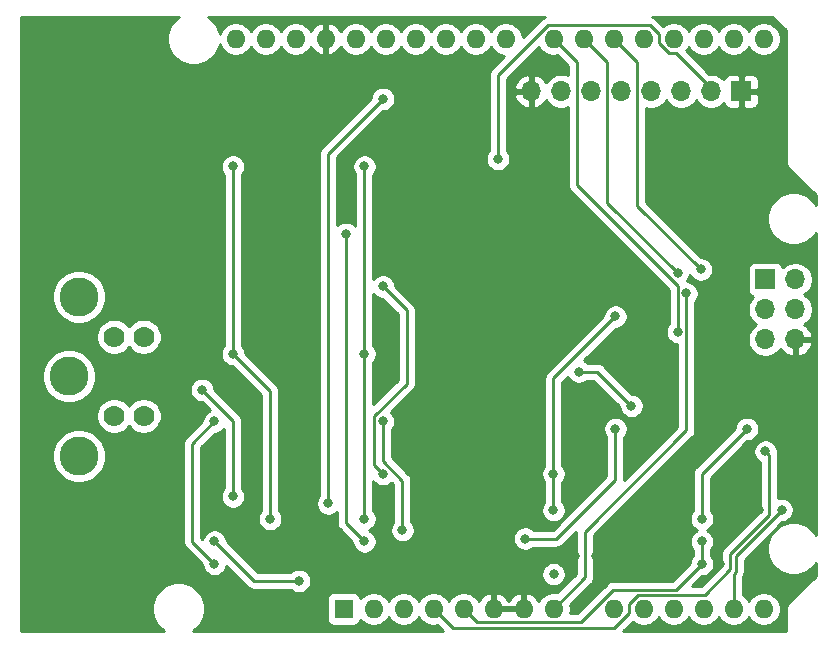
<source format=gbr>
%TF.GenerationSoftware,KiCad,Pcbnew,(5.1.6)-1*%
%TF.CreationDate,2020-08-31T12:11:16-04:00*%
%TF.ProjectId,FETtester,46455474-6573-4746-9572-2e6b69636164,rev?*%
%TF.SameCoordinates,Original*%
%TF.FileFunction,Copper,L2,Bot*%
%TF.FilePolarity,Positive*%
%FSLAX46Y46*%
G04 Gerber Fmt 4.6, Leading zero omitted, Abs format (unit mm)*
G04 Created by KiCad (PCBNEW (5.1.6)-1) date 2020-08-31 12:11:16*
%MOMM*%
%LPD*%
G01*
G04 APERTURE LIST*
%TA.AperFunction,ComponentPad*%
%ADD10O,1.700000X1.700000*%
%TD*%
%TA.AperFunction,ComponentPad*%
%ADD11R,1.700000X1.700000*%
%TD*%
%TA.AperFunction,ComponentPad*%
%ADD12O,1.600000X1.600000*%
%TD*%
%TA.AperFunction,ComponentPad*%
%ADD13R,1.600000X1.600000*%
%TD*%
%TA.AperFunction,ComponentPad*%
%ADD14C,3.302000*%
%TD*%
%TA.AperFunction,ComponentPad*%
%ADD15C,1.778000*%
%TD*%
%TA.AperFunction,ViaPad*%
%ADD16C,0.800000*%
%TD*%
%TA.AperFunction,Conductor*%
%ADD17C,0.250000*%
%TD*%
%TA.AperFunction,Conductor*%
%ADD18C,0.254000*%
%TD*%
G04 APERTURE END LIST*
D10*
%TO.P,J1,8*%
%TO.N,GND*%
X158115000Y-80645000D03*
%TO.P,J1,7*%
%TO.N,/VdSense*%
X160655000Y-80645000D03*
%TO.P,J1,6*%
%TO.N,/Vd*%
X163195000Y-80645000D03*
%TO.P,J1,5*%
%TO.N,/VsSense*%
X165735000Y-80645000D03*
%TO.P,J1,4*%
%TO.N,/Vs*%
X168275000Y-80645000D03*
%TO.P,J1,3*%
%TO.N,/VgSense*%
X170815000Y-80645000D03*
%TO.P,J1,2*%
%TO.N,/Vg*%
X173355000Y-80645000D03*
D11*
%TO.P,J1,1*%
%TO.N,GND*%
X175895000Y-80645000D03*
%TD*%
D12*
%TO.P,A1,16*%
%TO.N,Net-(A1-Pad16)*%
X175260000Y-76200000D03*
%TO.P,A1,15*%
%TO.N,Net-(A1-Pad15)*%
X177800000Y-76200000D03*
%TO.P,A1,30*%
%TO.N,/AREF*%
X138180000Y-76200000D03*
%TO.P,A1,14*%
%TO.N,Net-(A1-Pad14)*%
X177800000Y-124460000D03*
%TO.P,A1,29*%
%TO.N,GND*%
X140720000Y-76200000D03*
%TO.P,A1,13*%
%TO.N,/VRTD*%
X175260000Y-124460000D03*
%TO.P,A1,28*%
%TO.N,Net-(A1-Pad28)*%
X143260000Y-76200000D03*
%TO.P,A1,12*%
%TO.N,/Vds*%
X172720000Y-124460000D03*
%TO.P,A1,27*%
%TO.N,Net-(A1-Pad27)*%
X145800000Y-76200000D03*
%TO.P,A1,11*%
%TO.N,/Id*%
X170180000Y-124460000D03*
%TO.P,A1,26*%
%TO.N,Net-(A1-Pad26)*%
X148340000Y-76200000D03*
%TO.P,A1,10*%
%TO.N,/Ig*%
X167640000Y-124460000D03*
%TO.P,A1,25*%
%TO.N,Net-(A1-Pad25)*%
X150880000Y-76200000D03*
%TO.P,A1,9*%
%TO.N,/Vgs*%
X165100000Y-124460000D03*
%TO.P,A1,24*%
%TO.N,Net-(A1-Pad24)*%
X153420000Y-76200000D03*
%TO.P,A1,8*%
%TO.N,VIN*%
X160020000Y-124460000D03*
%TO.P,A1,23*%
%TO.N,Net-(A1-Pad23)*%
X155960000Y-76200000D03*
%TO.P,A1,7*%
%TO.N,GND*%
X157480000Y-124460000D03*
%TO.P,A1,22*%
%TO.N,/LDAC\u002A*%
X160020000Y-76200000D03*
%TO.P,A1,6*%
%TO.N,GND*%
X154940000Y-124460000D03*
%TO.P,A1,21*%
%TO.N,/SYNC\u002A*%
X162560000Y-76200000D03*
%TO.P,A1,5*%
%TO.N,+5V*%
X152400000Y-124460000D03*
%TO.P,A1,20*%
%TO.N,/RESET\u002A*%
X165100000Y-76200000D03*
%TO.P,A1,4*%
%TO.N,+3V3*%
X149860000Y-124460000D03*
%TO.P,A1,19*%
%TO.N,Net-(A1-Pad19)*%
X167640000Y-76200000D03*
%TO.P,A1,3*%
%TO.N,Net-(A1-Pad3)*%
X147320000Y-124460000D03*
%TO.P,A1,18*%
%TO.N,Net-(A1-Pad18)*%
X170180000Y-76200000D03*
%TO.P,A1,2*%
%TO.N,Net-(A1-Pad2)*%
X144780000Y-124460000D03*
%TO.P,A1,17*%
%TO.N,Net-(A1-Pad17)*%
X172720000Y-76200000D03*
D13*
%TO.P,A1,1*%
%TO.N,Net-(A1-Pad1)*%
X142240000Y-124460000D03*
D12*
%TO.P,A1,31*%
%TO.N,Net-(A1-Pad31)*%
X135640000Y-76200000D03*
%TO.P,A1,32*%
%TO.N,Net-(A1-Pad32)*%
X133100000Y-76200000D03*
%TD*%
D14*
%TO.P,J3,5*%
%TO.N,N/C*%
X119811800Y-98018600D03*
D15*
%TO.P,J3,4*%
%TO.N,Net-(J3-Pad4)*%
X125298200Y-108127800D03*
%TO.P,J3,3*%
%TO.N,Net-(J3-Pad3)*%
X125298200Y-101422200D03*
%TO.P,J3,2*%
%TO.N,Net-(J3-Pad2)*%
X122809000Y-108127800D03*
%TO.P,J3,1*%
%TO.N,Net-(J3-Pad1)*%
X122809000Y-101422200D03*
D14*
%TO.P,J3,5*%
%TO.N,N/C*%
X118999000Y-104775000D03*
X119811800Y-111531400D03*
%TD*%
D10*
%TO.P,J2,6*%
%TO.N,GND*%
X180480000Y-101650000D03*
%TO.P,J2,5*%
%TO.N,/Reset*%
X177940000Y-101650000D03*
%TO.P,J2,4*%
%TO.N,/MOSI*%
X180480000Y-99110000D03*
%TO.P,J2,3*%
%TO.N,/SCK*%
X177940000Y-99110000D03*
%TO.P,J2,2*%
%TO.N,VCC*%
X180480000Y-96570000D03*
D11*
%TO.P,J2,1*%
%TO.N,/MISO*%
X177940000Y-96570000D03*
%TD*%
D16*
%TO.N,GND*%
X169296200Y-99045000D03*
X177952000Y-107315000D03*
X174142000Y-116840000D03*
X174142000Y-118745000D03*
X174142000Y-120650000D03*
X163678000Y-99695000D03*
X163678000Y-111125000D03*
X163678000Y-109220000D03*
X163678000Y-107315000D03*
X165252000Y-103505000D03*
X145567000Y-114935000D03*
X145567000Y-116840000D03*
X145567000Y-118745000D03*
X166954000Y-120015000D03*
X177952000Y-109220000D03*
X145567000Y-85090000D03*
X145567000Y-86995000D03*
X145567000Y-88900000D03*
X131293000Y-114935000D03*
X131293000Y-116840000D03*
X145567000Y-102870000D03*
X145567000Y-104775000D03*
X145567000Y-100965000D03*
X156032000Y-118516000D03*
X156032000Y-121514000D03*
X160122000Y-120015000D03*
X163576000Y-120015000D03*
X161798000Y-120015000D03*
X131293000Y-100965000D03*
X131293000Y-102870000D03*
X131293000Y-104775000D03*
X131293000Y-85090000D03*
X131293000Y-88900000D03*
X131293000Y-86995000D03*
X168275000Y-88290400D03*
X125298000Y-115697000D03*
X175031400Y-97078800D03*
X167005000Y-103505000D03*
X169545000Y-103505000D03*
X175895000Y-102870000D03*
X160020000Y-102235000D03*
X154305000Y-107950000D03*
X149225000Y-109220000D03*
X158115000Y-110490000D03*
X157480000Y-104775000D03*
X154940000Y-113792000D03*
X149860000Y-113792000D03*
X125730000Y-121920000D03*
X122555000Y-119380000D03*
X120650000Y-114935000D03*
X121920000Y-106045000D03*
X121920000Y-93345000D03*
X127000000Y-90805000D03*
X127000000Y-80010000D03*
X132715000Y-78740000D03*
X153670000Y-80010000D03*
X151130000Y-84455000D03*
X148590000Y-80010000D03*
X127000000Y-113665000D03*
X127000000Y-117475000D03*
X153797000Y-120015000D03*
X181610000Y-104140000D03*
X155575000Y-101600000D03*
X149860000Y-101600000D03*
X151765000Y-106045000D03*
X178435000Y-88265000D03*
X137160000Y-81280000D03*
X127000000Y-85725000D03*
X152400000Y-89535000D03*
X130810000Y-94615000D03*
X127635000Y-102870000D03*
X127635000Y-111125000D03*
X138430000Y-102870000D03*
X134620000Y-92710000D03*
X137795000Y-97155000D03*
X124079000Y-99568000D03*
X137795000Y-124460000D03*
X134620000Y-123190000D03*
X149987000Y-119507000D03*
X149225000Y-116586000D03*
X130810000Y-125730000D03*
X165735000Y-117475000D03*
X161925000Y-93980000D03*
X147320000Y-95885000D03*
X156845000Y-99060000D03*
X149860000Y-99060000D03*
X156845000Y-95885000D03*
X158750000Y-92075000D03*
X145415000Y-92710000D03*
X158115000Y-89535000D03*
X158750000Y-86995000D03*
X175260000Y-83820000D03*
X179070000Y-122555000D03*
X170815000Y-116840000D03*
X174625000Y-114554000D03*
X172339000Y-103251000D03*
X139065000Y-109220000D03*
X134620000Y-108585000D03*
X138430000Y-113030000D03*
X138049000Y-116586000D03*
X168275000Y-118110000D03*
X162687000Y-123444000D03*
X177419000Y-116078000D03*
X149860000Y-106045000D03*
X180975000Y-116205000D03*
%TO.N,/SYNC\u002A*%
X170510200Y-96012000D03*
%TO.N,+5V*%
X138454900Y-122098800D03*
X172568000Y-120650000D03*
X165252000Y-99695000D03*
X131293000Y-118745000D03*
X159995000Y-113030000D03*
X172568000Y-118745000D03*
X159994600Y-116103400D03*
%TO.N,/LDAC\u002A*%
X170534303Y-101015800D03*
%TO.N,+3V3*%
X177952000Y-111125000D03*
%TO.N,/Vg*%
X155305000Y-86360000D03*
%TO.N,Net-(R6-Pad1)*%
X162153600Y-104368600D03*
X166600100Y-107265000D03*
%TO.N,Net-(R16-Pad2)*%
X145567500Y-81280000D03*
X140937500Y-115537500D03*
%TO.N,Net-(R17-Pad1)*%
X145567500Y-97155000D03*
X145567500Y-113030000D03*
%TO.N,Net-(R27-Pad1)*%
X131292600Y-108585000D03*
X131292000Y-120650000D03*
%TO.N,Net-(R36-Pad2)*%
X130253600Y-105915100D03*
X132867500Y-114935000D03*
%TO.N,Net-(R46-Pad2)*%
X142417800Y-92710000D03*
X143992500Y-118745000D03*
%TO.N,Net-(R47-Pad1)*%
X147215600Y-117792500D03*
X145567500Y-108585000D03*
%TO.N,VIN*%
X171259303Y-97752097D03*
X160020000Y-121515000D03*
%TO.N,+10V*%
X132867000Y-86995000D03*
X132867000Y-102870000D03*
X157607000Y-118516000D03*
X165252000Y-109220000D03*
X136017000Y-116840000D03*
%TO.N,/RESET\u002A*%
X172475700Y-95719900D03*
%TO.N,-5V*%
X143993000Y-102870000D03*
X143993000Y-116840000D03*
X172568000Y-116840000D03*
X176378000Y-109220000D03*
X143993000Y-86995000D03*
%TO.N,/VRTD*%
X179324000Y-116078000D03*
%TD*%
D17*
%TO.N,/SYNC\u002A*%
X164559999Y-78199999D02*
X162560000Y-76200000D01*
X164559999Y-90061799D02*
X164559999Y-78199999D01*
X170510200Y-96012000D02*
X164559999Y-90061799D01*
%TO.N,+5V*%
X138454900Y-122098800D02*
X134646800Y-122098800D01*
X134646800Y-122098800D02*
X131293000Y-118745000D01*
X159995000Y-114739000D02*
X159995000Y-113030000D01*
X172568000Y-118745000D02*
X172568000Y-120650000D01*
X159995000Y-104952000D02*
X159995000Y-113030000D01*
X165252000Y-99695000D02*
X159995000Y-104952000D01*
X165086600Y-122833600D02*
X170384400Y-122833600D01*
X153525300Y-125585300D02*
X162334900Y-125585300D01*
X170384400Y-122833600D02*
X172568000Y-120650000D01*
X162334900Y-125585300D02*
X165086600Y-122833600D01*
X152400000Y-124460000D02*
X153525300Y-125585300D01*
X159994600Y-113030400D02*
X159995000Y-113030000D01*
X159994600Y-116103400D02*
X159994600Y-113030400D01*
%TO.N,/LDAC\u002A*%
X162019600Y-78199600D02*
X160020000Y-76200000D01*
X162019600Y-88594402D02*
X162019600Y-78199600D01*
X170534303Y-101015800D02*
X170534303Y-97109105D01*
X170534303Y-97109105D02*
X162019600Y-88594402D01*
%TO.N,+3V3*%
X151457500Y-126057500D02*
X149860000Y-124460000D01*
X172810002Y-123284000D02*
X167170500Y-123284000D01*
X177952000Y-111125000D02*
X178271001Y-111444001D01*
X178271001Y-111444001D02*
X178271001Y-116495999D01*
X165128800Y-126057500D02*
X151457500Y-126057500D01*
X178271001Y-116495999D02*
X174971001Y-119795999D01*
X166370000Y-124816300D02*
X165128800Y-126057500D01*
X167170500Y-123284000D02*
X166370000Y-124084500D01*
X174971001Y-119795999D02*
X174971001Y-121123001D01*
X166370000Y-124084500D02*
X166370000Y-124816300D01*
X174971001Y-121123001D02*
X172810002Y-123284000D01*
%TO.N,/Vg*%
X173355000Y-80391000D02*
X170349150Y-77385150D01*
X168910000Y-76538300D02*
X168910000Y-75806400D01*
X170349150Y-77385150D02*
X169756850Y-77385150D01*
X169756850Y-77385150D02*
X168910000Y-76538300D01*
X168910000Y-75806400D02*
X168157700Y-75054100D01*
X159500898Y-75054100D02*
X159768900Y-75054100D01*
X155305000Y-86360000D02*
X155305000Y-79249998D01*
X168157700Y-75054100D02*
X159768900Y-75054100D01*
X155305000Y-79249998D02*
X159500898Y-75054100D01*
X159768900Y-75054100D02*
X159534100Y-75054100D01*
%TO.N,Net-(R6-Pad1)*%
X163703700Y-104368600D02*
X166600100Y-107265000D01*
X162153600Y-104368600D02*
X163703700Y-104368600D01*
%TO.N,Net-(R16-Pad2)*%
X145567500Y-81280000D02*
X145542000Y-81280000D01*
X140937500Y-85910000D02*
X140937500Y-115537500D01*
X145567500Y-81280000D02*
X140937500Y-85910000D01*
%TO.N,Net-(R17-Pad1)*%
X147599900Y-99187400D02*
X147599900Y-99389400D01*
X145567500Y-97155000D02*
X147599900Y-99187400D01*
X147599900Y-103225100D02*
X147599900Y-99389400D01*
X144842499Y-112304999D02*
X145567500Y-113030000D01*
X144842499Y-108141501D02*
X144842499Y-112304999D01*
X147599900Y-105384100D02*
X144842499Y-108141501D01*
X147599900Y-104292900D02*
X147599900Y-105384100D01*
X147599900Y-103225100D02*
X147599900Y-104292900D01*
X147599900Y-104292900D02*
X147599900Y-105130100D01*
%TO.N,Net-(R27-Pad1)*%
X131292600Y-108585000D02*
X129413000Y-110464600D01*
X129413000Y-118771000D02*
X131292000Y-120650000D01*
X129413000Y-110464600D02*
X129413000Y-118771000D01*
%TO.N,Net-(R36-Pad2)*%
X132867500Y-108529000D02*
X132867500Y-114935000D01*
X130253600Y-105915100D02*
X132867500Y-108529000D01*
%TO.N,Net-(R46-Pad2)*%
X142417800Y-117170300D02*
X143992500Y-118745000D01*
X142417800Y-92710000D02*
X142417800Y-117170300D01*
%TO.N,Net-(R47-Pad1)*%
X145567500Y-108585000D02*
X145567500Y-111956998D01*
X147215600Y-113605098D02*
X147215600Y-117792500D01*
X145567500Y-111956998D02*
X147215600Y-113605098D01*
%TO.N,VIN*%
X171259303Y-109355197D02*
X171259303Y-97752097D01*
X160020000Y-124460000D02*
X162687000Y-121793000D01*
X162687000Y-117927500D02*
X171259303Y-109355197D01*
X162687000Y-121793000D02*
X162687000Y-117927500D01*
%TO.N,+10V*%
X132867000Y-86995000D02*
X132867000Y-102870000D01*
X132867000Y-102870000D02*
X133592501Y-103595501D01*
X136017000Y-106020000D02*
X136017000Y-116840000D01*
X132867000Y-102870000D02*
X136017000Y-106020000D01*
X157607000Y-118516000D02*
X160249000Y-118516000D01*
X160249000Y-118516000D02*
X165252000Y-113513000D01*
X165252000Y-113513000D02*
X165252000Y-109220000D01*
%TO.N,/RESET\u002A*%
X172475700Y-95716498D02*
X172475700Y-95719900D01*
X165100000Y-76200000D02*
X167099600Y-78199600D01*
X167099600Y-90340398D02*
X172475700Y-95716498D01*
X167099600Y-78199600D02*
X167099600Y-90340398D01*
%TO.N,-5V*%
X143993000Y-86995000D02*
X143993000Y-102870000D01*
X143993000Y-102870000D02*
X143993000Y-116840000D01*
X172568000Y-116840000D02*
X172568000Y-113030000D01*
X172568000Y-113030000D02*
X176378000Y-109220000D01*
%TO.N,/VRTD*%
X175260000Y-124460000D02*
X175260000Y-121470412D01*
X175260000Y-121470412D02*
X175421011Y-121309401D01*
X175421011Y-121309401D02*
X175421011Y-119982399D01*
X175421011Y-119982399D02*
X178996001Y-116407409D01*
X178996001Y-116407409D02*
X178996001Y-116405999D01*
X178996001Y-116405999D02*
X179324000Y-116078000D01*
%TD*%
D18*
%TO.N,GND*%
G36*
X128115271Y-74463962D02*
G01*
X127803962Y-74775271D01*
X127559369Y-75141331D01*
X127390890Y-75548075D01*
X127305000Y-75979872D01*
X127305000Y-76420128D01*
X127390890Y-76851925D01*
X127559369Y-77258669D01*
X127803962Y-77624729D01*
X128115271Y-77936038D01*
X128481331Y-78180631D01*
X128888075Y-78349110D01*
X129319872Y-78435000D01*
X129760128Y-78435000D01*
X130191925Y-78349110D01*
X130598669Y-78180631D01*
X130964729Y-77936038D01*
X131276038Y-77624729D01*
X131520631Y-77258669D01*
X131689110Y-76851925D01*
X131730537Y-76643658D01*
X131828320Y-76879727D01*
X131985363Y-77114759D01*
X132185241Y-77314637D01*
X132420273Y-77471680D01*
X132681426Y-77579853D01*
X132958665Y-77635000D01*
X133241335Y-77635000D01*
X133518574Y-77579853D01*
X133779727Y-77471680D01*
X134014759Y-77314637D01*
X134214637Y-77114759D01*
X134370000Y-76882241D01*
X134525363Y-77114759D01*
X134725241Y-77314637D01*
X134960273Y-77471680D01*
X135221426Y-77579853D01*
X135498665Y-77635000D01*
X135781335Y-77635000D01*
X136058574Y-77579853D01*
X136319727Y-77471680D01*
X136554759Y-77314637D01*
X136754637Y-77114759D01*
X136910000Y-76882241D01*
X137065363Y-77114759D01*
X137265241Y-77314637D01*
X137500273Y-77471680D01*
X137761426Y-77579853D01*
X138038665Y-77635000D01*
X138321335Y-77635000D01*
X138598574Y-77579853D01*
X138859727Y-77471680D01*
X139094759Y-77314637D01*
X139294637Y-77114759D01*
X139451680Y-76879727D01*
X139456067Y-76869135D01*
X139567615Y-77055131D01*
X139756586Y-77263519D01*
X139982580Y-77431037D01*
X140236913Y-77551246D01*
X140370961Y-77591904D01*
X140593000Y-77469915D01*
X140593000Y-76327000D01*
X140573000Y-76327000D01*
X140573000Y-76073000D01*
X140593000Y-76073000D01*
X140593000Y-74930085D01*
X140370961Y-74808096D01*
X140236913Y-74848754D01*
X139982580Y-74968963D01*
X139756586Y-75136481D01*
X139567615Y-75344869D01*
X139456067Y-75530865D01*
X139451680Y-75520273D01*
X139294637Y-75285241D01*
X139094759Y-75085363D01*
X138859727Y-74928320D01*
X138598574Y-74820147D01*
X138321335Y-74765000D01*
X138038665Y-74765000D01*
X137761426Y-74820147D01*
X137500273Y-74928320D01*
X137265241Y-75085363D01*
X137065363Y-75285241D01*
X136910000Y-75517759D01*
X136754637Y-75285241D01*
X136554759Y-75085363D01*
X136319727Y-74928320D01*
X136058574Y-74820147D01*
X135781335Y-74765000D01*
X135498665Y-74765000D01*
X135221426Y-74820147D01*
X134960273Y-74928320D01*
X134725241Y-75085363D01*
X134525363Y-75285241D01*
X134370000Y-75517759D01*
X134214637Y-75285241D01*
X134014759Y-75085363D01*
X133779727Y-74928320D01*
X133518574Y-74820147D01*
X133241335Y-74765000D01*
X132958665Y-74765000D01*
X132681426Y-74820147D01*
X132420273Y-74928320D01*
X132185241Y-75085363D01*
X131985363Y-75285241D01*
X131828320Y-75520273D01*
X131730537Y-75756342D01*
X131689110Y-75548075D01*
X131520631Y-75141331D01*
X131276038Y-74775271D01*
X130964729Y-74463962D01*
X130749274Y-74320000D01*
X159302783Y-74320000D01*
X159208651Y-74348554D01*
X159076622Y-74419126D01*
X158960897Y-74514099D01*
X158937099Y-74543097D01*
X157395000Y-76085196D01*
X157395000Y-76058665D01*
X157339853Y-75781426D01*
X157231680Y-75520273D01*
X157074637Y-75285241D01*
X156874759Y-75085363D01*
X156639727Y-74928320D01*
X156378574Y-74820147D01*
X156101335Y-74765000D01*
X155818665Y-74765000D01*
X155541426Y-74820147D01*
X155280273Y-74928320D01*
X155045241Y-75085363D01*
X154845363Y-75285241D01*
X154690000Y-75517759D01*
X154534637Y-75285241D01*
X154334759Y-75085363D01*
X154099727Y-74928320D01*
X153838574Y-74820147D01*
X153561335Y-74765000D01*
X153278665Y-74765000D01*
X153001426Y-74820147D01*
X152740273Y-74928320D01*
X152505241Y-75085363D01*
X152305363Y-75285241D01*
X152150000Y-75517759D01*
X151994637Y-75285241D01*
X151794759Y-75085363D01*
X151559727Y-74928320D01*
X151298574Y-74820147D01*
X151021335Y-74765000D01*
X150738665Y-74765000D01*
X150461426Y-74820147D01*
X150200273Y-74928320D01*
X149965241Y-75085363D01*
X149765363Y-75285241D01*
X149610000Y-75517759D01*
X149454637Y-75285241D01*
X149254759Y-75085363D01*
X149019727Y-74928320D01*
X148758574Y-74820147D01*
X148481335Y-74765000D01*
X148198665Y-74765000D01*
X147921426Y-74820147D01*
X147660273Y-74928320D01*
X147425241Y-75085363D01*
X147225363Y-75285241D01*
X147070000Y-75517759D01*
X146914637Y-75285241D01*
X146714759Y-75085363D01*
X146479727Y-74928320D01*
X146218574Y-74820147D01*
X145941335Y-74765000D01*
X145658665Y-74765000D01*
X145381426Y-74820147D01*
X145120273Y-74928320D01*
X144885241Y-75085363D01*
X144685363Y-75285241D01*
X144530000Y-75517759D01*
X144374637Y-75285241D01*
X144174759Y-75085363D01*
X143939727Y-74928320D01*
X143678574Y-74820147D01*
X143401335Y-74765000D01*
X143118665Y-74765000D01*
X142841426Y-74820147D01*
X142580273Y-74928320D01*
X142345241Y-75085363D01*
X142145363Y-75285241D01*
X141988320Y-75520273D01*
X141983933Y-75530865D01*
X141872385Y-75344869D01*
X141683414Y-75136481D01*
X141457420Y-74968963D01*
X141203087Y-74848754D01*
X141069039Y-74808096D01*
X140847000Y-74930085D01*
X140847000Y-76073000D01*
X140867000Y-76073000D01*
X140867000Y-76327000D01*
X140847000Y-76327000D01*
X140847000Y-77469915D01*
X141069039Y-77591904D01*
X141203087Y-77551246D01*
X141457420Y-77431037D01*
X141683414Y-77263519D01*
X141872385Y-77055131D01*
X141983933Y-76869135D01*
X141988320Y-76879727D01*
X142145363Y-77114759D01*
X142345241Y-77314637D01*
X142580273Y-77471680D01*
X142841426Y-77579853D01*
X143118665Y-77635000D01*
X143401335Y-77635000D01*
X143678574Y-77579853D01*
X143939727Y-77471680D01*
X144174759Y-77314637D01*
X144374637Y-77114759D01*
X144530000Y-76882241D01*
X144685363Y-77114759D01*
X144885241Y-77314637D01*
X145120273Y-77471680D01*
X145381426Y-77579853D01*
X145658665Y-77635000D01*
X145941335Y-77635000D01*
X146218574Y-77579853D01*
X146479727Y-77471680D01*
X146714759Y-77314637D01*
X146914637Y-77114759D01*
X147070000Y-76882241D01*
X147225363Y-77114759D01*
X147425241Y-77314637D01*
X147660273Y-77471680D01*
X147921426Y-77579853D01*
X148198665Y-77635000D01*
X148481335Y-77635000D01*
X148758574Y-77579853D01*
X149019727Y-77471680D01*
X149254759Y-77314637D01*
X149454637Y-77114759D01*
X149610000Y-76882241D01*
X149765363Y-77114759D01*
X149965241Y-77314637D01*
X150200273Y-77471680D01*
X150461426Y-77579853D01*
X150738665Y-77635000D01*
X151021335Y-77635000D01*
X151298574Y-77579853D01*
X151559727Y-77471680D01*
X151794759Y-77314637D01*
X151994637Y-77114759D01*
X152150000Y-76882241D01*
X152305363Y-77114759D01*
X152505241Y-77314637D01*
X152740273Y-77471680D01*
X153001426Y-77579853D01*
X153278665Y-77635000D01*
X153561335Y-77635000D01*
X153838574Y-77579853D01*
X154099727Y-77471680D01*
X154334759Y-77314637D01*
X154534637Y-77114759D01*
X154690000Y-76882241D01*
X154845363Y-77114759D01*
X155045241Y-77314637D01*
X155280273Y-77471680D01*
X155541426Y-77579853D01*
X155818665Y-77635000D01*
X155845197Y-77635000D01*
X154793998Y-78686199D01*
X154765000Y-78709997D01*
X154741202Y-78738995D01*
X154741201Y-78738996D01*
X154670026Y-78825722D01*
X154599454Y-78957752D01*
X154555998Y-79101013D01*
X154541324Y-79249998D01*
X154545001Y-79287330D01*
X154545000Y-85656289D01*
X154501063Y-85700226D01*
X154387795Y-85869744D01*
X154309774Y-86058102D01*
X154270000Y-86258061D01*
X154270000Y-86461939D01*
X154309774Y-86661898D01*
X154387795Y-86850256D01*
X154501063Y-87019774D01*
X154645226Y-87163937D01*
X154814744Y-87277205D01*
X155003102Y-87355226D01*
X155203061Y-87395000D01*
X155406939Y-87395000D01*
X155606898Y-87355226D01*
X155795256Y-87277205D01*
X155964774Y-87163937D01*
X156108937Y-87019774D01*
X156222205Y-86850256D01*
X156300226Y-86661898D01*
X156340000Y-86461939D01*
X156340000Y-86258061D01*
X156300226Y-86058102D01*
X156222205Y-85869744D01*
X156108937Y-85700226D01*
X156065000Y-85656289D01*
X156065000Y-81001891D01*
X156673519Y-81001891D01*
X156770843Y-81276252D01*
X156919822Y-81526355D01*
X157114731Y-81742588D01*
X157348080Y-81916641D01*
X157610901Y-82041825D01*
X157758110Y-82086476D01*
X157988000Y-81965155D01*
X157988000Y-80772000D01*
X156794186Y-80772000D01*
X156673519Y-81001891D01*
X156065000Y-81001891D01*
X156065000Y-80288109D01*
X156673519Y-80288109D01*
X156794186Y-80518000D01*
X157988000Y-80518000D01*
X157988000Y-79324845D01*
X157758110Y-79203524D01*
X157610901Y-79248175D01*
X157348080Y-79373359D01*
X157114731Y-79547412D01*
X156919822Y-79763645D01*
X156770843Y-80013748D01*
X156673519Y-80288109D01*
X156065000Y-80288109D01*
X156065000Y-79564799D01*
X158749022Y-76880778D01*
X158905363Y-77114759D01*
X159105241Y-77314637D01*
X159340273Y-77471680D01*
X159601426Y-77579853D01*
X159878665Y-77635000D01*
X160161335Y-77635000D01*
X160343886Y-77598688D01*
X161259601Y-78514404D01*
X161259601Y-79288082D01*
X161088158Y-79217068D01*
X160801260Y-79160000D01*
X160508740Y-79160000D01*
X160221842Y-79217068D01*
X159951589Y-79329010D01*
X159708368Y-79491525D01*
X159501525Y-79698368D01*
X159379805Y-79880534D01*
X159310178Y-79763645D01*
X159115269Y-79547412D01*
X158881920Y-79373359D01*
X158619099Y-79248175D01*
X158471890Y-79203524D01*
X158242000Y-79324845D01*
X158242000Y-80518000D01*
X158262000Y-80518000D01*
X158262000Y-80772000D01*
X158242000Y-80772000D01*
X158242000Y-81965155D01*
X158471890Y-82086476D01*
X158619099Y-82041825D01*
X158881920Y-81916641D01*
X159115269Y-81742588D01*
X159310178Y-81526355D01*
X159379805Y-81409466D01*
X159501525Y-81591632D01*
X159708368Y-81798475D01*
X159951589Y-81960990D01*
X160221842Y-82072932D01*
X160508740Y-82130000D01*
X160801260Y-82130000D01*
X161088158Y-82072932D01*
X161259601Y-82001918D01*
X161259600Y-88557080D01*
X161255924Y-88594402D01*
X161259600Y-88631724D01*
X161259600Y-88631734D01*
X161270597Y-88743387D01*
X161314054Y-88886648D01*
X161384626Y-89018678D01*
X161424471Y-89067228D01*
X161479599Y-89134403D01*
X161508603Y-89158206D01*
X169774304Y-97423909D01*
X169774303Y-100312089D01*
X169730366Y-100356026D01*
X169617098Y-100525544D01*
X169539077Y-100713902D01*
X169499303Y-100913861D01*
X169499303Y-101117739D01*
X169539077Y-101317698D01*
X169617098Y-101506056D01*
X169730366Y-101675574D01*
X169874529Y-101819737D01*
X170044047Y-101933005D01*
X170232405Y-102011026D01*
X170432364Y-102050800D01*
X170499304Y-102050800D01*
X170499303Y-109040395D01*
X166014472Y-113525227D01*
X166015676Y-113513001D01*
X166012000Y-113475678D01*
X166012000Y-109923711D01*
X166055937Y-109879774D01*
X166169205Y-109710256D01*
X166247226Y-109521898D01*
X166287000Y-109321939D01*
X166287000Y-109118061D01*
X166247226Y-108918102D01*
X166169205Y-108729744D01*
X166055937Y-108560226D01*
X165911774Y-108416063D01*
X165742256Y-108302795D01*
X165553898Y-108224774D01*
X165353939Y-108185000D01*
X165150061Y-108185000D01*
X164950102Y-108224774D01*
X164761744Y-108302795D01*
X164592226Y-108416063D01*
X164448063Y-108560226D01*
X164334795Y-108729744D01*
X164256774Y-108918102D01*
X164217000Y-109118061D01*
X164217000Y-109321939D01*
X164256774Y-109521898D01*
X164334795Y-109710256D01*
X164448063Y-109879774D01*
X164492001Y-109923712D01*
X164492000Y-113198197D01*
X159934199Y-117756000D01*
X158310711Y-117756000D01*
X158266774Y-117712063D01*
X158097256Y-117598795D01*
X157908898Y-117520774D01*
X157708939Y-117481000D01*
X157505061Y-117481000D01*
X157305102Y-117520774D01*
X157116744Y-117598795D01*
X156947226Y-117712063D01*
X156803063Y-117856226D01*
X156689795Y-118025744D01*
X156611774Y-118214102D01*
X156572000Y-118414061D01*
X156572000Y-118617939D01*
X156611774Y-118817898D01*
X156689795Y-119006256D01*
X156803063Y-119175774D01*
X156947226Y-119319937D01*
X157116744Y-119433205D01*
X157305102Y-119511226D01*
X157505061Y-119551000D01*
X157708939Y-119551000D01*
X157908898Y-119511226D01*
X158097256Y-119433205D01*
X158266774Y-119319937D01*
X158310711Y-119276000D01*
X160211678Y-119276000D01*
X160249000Y-119279676D01*
X160286322Y-119276000D01*
X160286333Y-119276000D01*
X160397986Y-119265003D01*
X160541247Y-119221546D01*
X160673276Y-119150974D01*
X160789001Y-119056001D01*
X160812804Y-119026997D01*
X161924528Y-117915273D01*
X161923324Y-117927500D01*
X161927001Y-117964832D01*
X161927000Y-121478198D01*
X160343886Y-123061312D01*
X160161335Y-123025000D01*
X159878665Y-123025000D01*
X159601426Y-123080147D01*
X159340273Y-123188320D01*
X159105241Y-123345363D01*
X158905363Y-123545241D01*
X158748320Y-123780273D01*
X158743933Y-123790865D01*
X158632385Y-123604869D01*
X158443414Y-123396481D01*
X158217420Y-123228963D01*
X157963087Y-123108754D01*
X157829039Y-123068096D01*
X157607000Y-123190085D01*
X157607000Y-124333000D01*
X157627000Y-124333000D01*
X157627000Y-124587000D01*
X157607000Y-124587000D01*
X157607000Y-124607000D01*
X157353000Y-124607000D01*
X157353000Y-124587000D01*
X155067000Y-124587000D01*
X155067000Y-124607000D01*
X154813000Y-124607000D01*
X154813000Y-124587000D01*
X154793000Y-124587000D01*
X154793000Y-124333000D01*
X154813000Y-124333000D01*
X154813000Y-123190085D01*
X155067000Y-123190085D01*
X155067000Y-124333000D01*
X157353000Y-124333000D01*
X157353000Y-123190085D01*
X157130961Y-123068096D01*
X156996913Y-123108754D01*
X156742580Y-123228963D01*
X156516586Y-123396481D01*
X156327615Y-123604869D01*
X156210000Y-123800982D01*
X156092385Y-123604869D01*
X155903414Y-123396481D01*
X155677420Y-123228963D01*
X155423087Y-123108754D01*
X155289039Y-123068096D01*
X155067000Y-123190085D01*
X154813000Y-123190085D01*
X154590961Y-123068096D01*
X154456913Y-123108754D01*
X154202580Y-123228963D01*
X153976586Y-123396481D01*
X153787615Y-123604869D01*
X153676067Y-123790865D01*
X153671680Y-123780273D01*
X153514637Y-123545241D01*
X153314759Y-123345363D01*
X153079727Y-123188320D01*
X152818574Y-123080147D01*
X152541335Y-123025000D01*
X152258665Y-123025000D01*
X151981426Y-123080147D01*
X151720273Y-123188320D01*
X151485241Y-123345363D01*
X151285363Y-123545241D01*
X151130000Y-123777759D01*
X150974637Y-123545241D01*
X150774759Y-123345363D01*
X150539727Y-123188320D01*
X150278574Y-123080147D01*
X150001335Y-123025000D01*
X149718665Y-123025000D01*
X149441426Y-123080147D01*
X149180273Y-123188320D01*
X148945241Y-123345363D01*
X148745363Y-123545241D01*
X148590000Y-123777759D01*
X148434637Y-123545241D01*
X148234759Y-123345363D01*
X147999727Y-123188320D01*
X147738574Y-123080147D01*
X147461335Y-123025000D01*
X147178665Y-123025000D01*
X146901426Y-123080147D01*
X146640273Y-123188320D01*
X146405241Y-123345363D01*
X146205363Y-123545241D01*
X146050000Y-123777759D01*
X145894637Y-123545241D01*
X145694759Y-123345363D01*
X145459727Y-123188320D01*
X145198574Y-123080147D01*
X144921335Y-123025000D01*
X144638665Y-123025000D01*
X144361426Y-123080147D01*
X144100273Y-123188320D01*
X143865241Y-123345363D01*
X143666643Y-123543961D01*
X143665812Y-123535518D01*
X143629502Y-123415820D01*
X143570537Y-123305506D01*
X143491185Y-123208815D01*
X143394494Y-123129463D01*
X143284180Y-123070498D01*
X143164482Y-123034188D01*
X143040000Y-123021928D01*
X141440000Y-123021928D01*
X141315518Y-123034188D01*
X141195820Y-123070498D01*
X141085506Y-123129463D01*
X140988815Y-123208815D01*
X140909463Y-123305506D01*
X140850498Y-123415820D01*
X140814188Y-123535518D01*
X140801928Y-123660000D01*
X140801928Y-125260000D01*
X140814188Y-125384482D01*
X140850498Y-125504180D01*
X140909463Y-125614494D01*
X140988815Y-125711185D01*
X141085506Y-125790537D01*
X141195820Y-125849502D01*
X141315518Y-125885812D01*
X141440000Y-125898072D01*
X143040000Y-125898072D01*
X143164482Y-125885812D01*
X143284180Y-125849502D01*
X143394494Y-125790537D01*
X143491185Y-125711185D01*
X143570537Y-125614494D01*
X143629502Y-125504180D01*
X143665812Y-125384482D01*
X143666643Y-125376039D01*
X143865241Y-125574637D01*
X144100273Y-125731680D01*
X144361426Y-125839853D01*
X144638665Y-125895000D01*
X144921335Y-125895000D01*
X145198574Y-125839853D01*
X145459727Y-125731680D01*
X145694759Y-125574637D01*
X145894637Y-125374759D01*
X146050000Y-125142241D01*
X146205363Y-125374759D01*
X146405241Y-125574637D01*
X146640273Y-125731680D01*
X146901426Y-125839853D01*
X147178665Y-125895000D01*
X147461335Y-125895000D01*
X147738574Y-125839853D01*
X147999727Y-125731680D01*
X148234759Y-125574637D01*
X148434637Y-125374759D01*
X148590000Y-125142241D01*
X148745363Y-125374759D01*
X148945241Y-125574637D01*
X149180273Y-125731680D01*
X149441426Y-125839853D01*
X149718665Y-125895000D01*
X150001335Y-125895000D01*
X150183886Y-125858688D01*
X150665198Y-126340000D01*
X129479274Y-126340000D01*
X129694729Y-126196038D01*
X130006038Y-125884729D01*
X130250631Y-125518669D01*
X130419110Y-125111925D01*
X130505000Y-124680128D01*
X130505000Y-124239872D01*
X130419110Y-123808075D01*
X130250631Y-123401331D01*
X130006038Y-123035271D01*
X129694729Y-122723962D01*
X129328669Y-122479369D01*
X128921925Y-122310890D01*
X128490128Y-122225000D01*
X128049872Y-122225000D01*
X127618075Y-122310890D01*
X127211331Y-122479369D01*
X126845271Y-122723962D01*
X126533962Y-123035271D01*
X126289369Y-123401331D01*
X126120890Y-123808075D01*
X126035000Y-124239872D01*
X126035000Y-124680128D01*
X126120890Y-125111925D01*
X126289369Y-125518669D01*
X126533962Y-125884729D01*
X126845271Y-126196038D01*
X127060726Y-126340000D01*
X114960000Y-126340000D01*
X114960000Y-111306249D01*
X117525800Y-111306249D01*
X117525800Y-111756551D01*
X117613650Y-112198202D01*
X117785973Y-112614227D01*
X118036148Y-112988640D01*
X118354560Y-113307052D01*
X118728973Y-113557227D01*
X119144998Y-113729550D01*
X119586649Y-113817400D01*
X120036951Y-113817400D01*
X120478602Y-113729550D01*
X120894627Y-113557227D01*
X121269040Y-113307052D01*
X121587452Y-112988640D01*
X121837627Y-112614227D01*
X122009950Y-112198202D01*
X122097800Y-111756551D01*
X122097800Y-111306249D01*
X122009950Y-110864598D01*
X121844266Y-110464600D01*
X128649324Y-110464600D01*
X128653000Y-110501922D01*
X128653001Y-118733668D01*
X128649324Y-118771000D01*
X128663998Y-118919985D01*
X128707454Y-119063246D01*
X128778026Y-119195276D01*
X128835250Y-119265003D01*
X128873000Y-119311001D01*
X128901998Y-119334799D01*
X130257000Y-120689802D01*
X130257000Y-120751939D01*
X130296774Y-120951898D01*
X130374795Y-121140256D01*
X130488063Y-121309774D01*
X130632226Y-121453937D01*
X130801744Y-121567205D01*
X130990102Y-121645226D01*
X131190061Y-121685000D01*
X131393939Y-121685000D01*
X131593898Y-121645226D01*
X131782256Y-121567205D01*
X131951774Y-121453937D01*
X132095937Y-121309774D01*
X132209205Y-121140256D01*
X132287226Y-120951898D01*
X132310100Y-120836902D01*
X134083005Y-122609808D01*
X134106799Y-122638801D01*
X134135792Y-122662595D01*
X134135796Y-122662599D01*
X134205985Y-122720201D01*
X134222524Y-122733774D01*
X134354553Y-122804346D01*
X134497814Y-122847803D01*
X134609467Y-122858800D01*
X134609476Y-122858800D01*
X134646799Y-122862476D01*
X134684122Y-122858800D01*
X137751189Y-122858800D01*
X137795126Y-122902737D01*
X137964644Y-123016005D01*
X138153002Y-123094026D01*
X138352961Y-123133800D01*
X138556839Y-123133800D01*
X138756798Y-123094026D01*
X138945156Y-123016005D01*
X139114674Y-122902737D01*
X139258837Y-122758574D01*
X139372105Y-122589056D01*
X139450126Y-122400698D01*
X139489900Y-122200739D01*
X139489900Y-121996861D01*
X139450126Y-121796902D01*
X139372105Y-121608544D01*
X139258837Y-121439026D01*
X139232872Y-121413061D01*
X158985000Y-121413061D01*
X158985000Y-121616939D01*
X159024774Y-121816898D01*
X159102795Y-122005256D01*
X159216063Y-122174774D01*
X159360226Y-122318937D01*
X159529744Y-122432205D01*
X159718102Y-122510226D01*
X159918061Y-122550000D01*
X160121939Y-122550000D01*
X160321898Y-122510226D01*
X160510256Y-122432205D01*
X160679774Y-122318937D01*
X160823937Y-122174774D01*
X160937205Y-122005256D01*
X161015226Y-121816898D01*
X161055000Y-121616939D01*
X161055000Y-121413061D01*
X161015226Y-121213102D01*
X160937205Y-121024744D01*
X160823937Y-120855226D01*
X160679774Y-120711063D01*
X160510256Y-120597795D01*
X160321898Y-120519774D01*
X160121939Y-120480000D01*
X159918061Y-120480000D01*
X159718102Y-120519774D01*
X159529744Y-120597795D01*
X159360226Y-120711063D01*
X159216063Y-120855226D01*
X159102795Y-121024744D01*
X159024774Y-121213102D01*
X158985000Y-121413061D01*
X139232872Y-121413061D01*
X139114674Y-121294863D01*
X138945156Y-121181595D01*
X138756798Y-121103574D01*
X138556839Y-121063800D01*
X138352961Y-121063800D01*
X138153002Y-121103574D01*
X137964644Y-121181595D01*
X137795126Y-121294863D01*
X137751189Y-121338800D01*
X134961603Y-121338800D01*
X132328000Y-118705199D01*
X132328000Y-118643061D01*
X132288226Y-118443102D01*
X132210205Y-118254744D01*
X132096937Y-118085226D01*
X131952774Y-117941063D01*
X131783256Y-117827795D01*
X131594898Y-117749774D01*
X131394939Y-117710000D01*
X131191061Y-117710000D01*
X130991102Y-117749774D01*
X130802744Y-117827795D01*
X130633226Y-117941063D01*
X130489063Y-118085226D01*
X130375795Y-118254744D01*
X130297774Y-118443102D01*
X130274900Y-118558099D01*
X130173000Y-118456199D01*
X130173000Y-110779401D01*
X131332402Y-109620000D01*
X131394539Y-109620000D01*
X131594498Y-109580226D01*
X131782856Y-109502205D01*
X131952374Y-109388937D01*
X132096537Y-109244774D01*
X132107500Y-109228366D01*
X132107501Y-114231288D01*
X132063563Y-114275226D01*
X131950295Y-114444744D01*
X131872274Y-114633102D01*
X131832500Y-114833061D01*
X131832500Y-115036939D01*
X131872274Y-115236898D01*
X131950295Y-115425256D01*
X132063563Y-115594774D01*
X132207726Y-115738937D01*
X132377244Y-115852205D01*
X132565602Y-115930226D01*
X132765561Y-115970000D01*
X132969439Y-115970000D01*
X133169398Y-115930226D01*
X133357756Y-115852205D01*
X133527274Y-115738937D01*
X133671437Y-115594774D01*
X133784705Y-115425256D01*
X133862726Y-115236898D01*
X133902500Y-115036939D01*
X133902500Y-114833061D01*
X133862726Y-114633102D01*
X133784705Y-114444744D01*
X133671437Y-114275226D01*
X133627500Y-114231289D01*
X133627500Y-108566323D01*
X133631176Y-108529000D01*
X133627500Y-108491677D01*
X133627500Y-108491667D01*
X133616503Y-108380014D01*
X133573046Y-108236753D01*
X133502474Y-108104724D01*
X133407501Y-107988999D01*
X133378504Y-107965202D01*
X131288600Y-105875299D01*
X131288600Y-105813161D01*
X131248826Y-105613202D01*
X131170805Y-105424844D01*
X131057537Y-105255326D01*
X130913374Y-105111163D01*
X130743856Y-104997895D01*
X130555498Y-104919874D01*
X130355539Y-104880100D01*
X130151661Y-104880100D01*
X129951702Y-104919874D01*
X129763344Y-104997895D01*
X129593826Y-105111163D01*
X129449663Y-105255326D01*
X129336395Y-105424844D01*
X129258374Y-105613202D01*
X129218600Y-105813161D01*
X129218600Y-106017039D01*
X129258374Y-106216998D01*
X129336395Y-106405356D01*
X129449663Y-106574874D01*
X129593826Y-106719037D01*
X129763344Y-106832305D01*
X129951702Y-106910326D01*
X130151661Y-106950100D01*
X130213799Y-106950100D01*
X130893666Y-107629968D01*
X130802344Y-107667795D01*
X130632826Y-107781063D01*
X130488663Y-107925226D01*
X130375395Y-108094744D01*
X130297374Y-108283102D01*
X130257600Y-108483061D01*
X130257600Y-108545198D01*
X128902003Y-109900796D01*
X128872999Y-109924599D01*
X128819186Y-109990171D01*
X128778026Y-110040324D01*
X128736040Y-110118874D01*
X128707454Y-110172354D01*
X128663997Y-110315615D01*
X128653000Y-110427268D01*
X128653000Y-110427278D01*
X128649324Y-110464600D01*
X121844266Y-110464600D01*
X121837627Y-110448573D01*
X121587452Y-110074160D01*
X121269040Y-109755748D01*
X120894627Y-109505573D01*
X120478602Y-109333250D01*
X120036951Y-109245400D01*
X119586649Y-109245400D01*
X119144998Y-109333250D01*
X118728973Y-109505573D01*
X118354560Y-109755748D01*
X118036148Y-110074160D01*
X117785973Y-110448573D01*
X117613650Y-110864598D01*
X117525800Y-111306249D01*
X114960000Y-111306249D01*
X114960000Y-107977699D01*
X121285000Y-107977699D01*
X121285000Y-108277901D01*
X121343566Y-108572334D01*
X121458449Y-108849685D01*
X121625232Y-109099293D01*
X121837507Y-109311568D01*
X122087115Y-109478351D01*
X122364466Y-109593234D01*
X122658899Y-109651800D01*
X122959101Y-109651800D01*
X123253534Y-109593234D01*
X123530885Y-109478351D01*
X123780493Y-109311568D01*
X123992768Y-109099293D01*
X124053600Y-109008252D01*
X124114432Y-109099293D01*
X124326707Y-109311568D01*
X124576315Y-109478351D01*
X124853666Y-109593234D01*
X125148099Y-109651800D01*
X125448301Y-109651800D01*
X125742734Y-109593234D01*
X126020085Y-109478351D01*
X126269693Y-109311568D01*
X126481968Y-109099293D01*
X126648751Y-108849685D01*
X126763634Y-108572334D01*
X126822200Y-108277901D01*
X126822200Y-107977699D01*
X126763634Y-107683266D01*
X126648751Y-107405915D01*
X126481968Y-107156307D01*
X126269693Y-106944032D01*
X126020085Y-106777249D01*
X125742734Y-106662366D01*
X125448301Y-106603800D01*
X125148099Y-106603800D01*
X124853666Y-106662366D01*
X124576315Y-106777249D01*
X124326707Y-106944032D01*
X124114432Y-107156307D01*
X124053600Y-107247348D01*
X123992768Y-107156307D01*
X123780493Y-106944032D01*
X123530885Y-106777249D01*
X123253534Y-106662366D01*
X122959101Y-106603800D01*
X122658899Y-106603800D01*
X122364466Y-106662366D01*
X122087115Y-106777249D01*
X121837507Y-106944032D01*
X121625232Y-107156307D01*
X121458449Y-107405915D01*
X121343566Y-107683266D01*
X121285000Y-107977699D01*
X114960000Y-107977699D01*
X114960000Y-104549849D01*
X116713000Y-104549849D01*
X116713000Y-105000151D01*
X116800850Y-105441802D01*
X116973173Y-105857827D01*
X117223348Y-106232240D01*
X117541760Y-106550652D01*
X117916173Y-106800827D01*
X118332198Y-106973150D01*
X118773849Y-107061000D01*
X119224151Y-107061000D01*
X119665802Y-106973150D01*
X120081827Y-106800827D01*
X120456240Y-106550652D01*
X120774652Y-106232240D01*
X121024827Y-105857827D01*
X121197150Y-105441802D01*
X121285000Y-105000151D01*
X121285000Y-104549849D01*
X121197150Y-104108198D01*
X121024827Y-103692173D01*
X120774652Y-103317760D01*
X120456240Y-102999348D01*
X120081827Y-102749173D01*
X119665802Y-102576850D01*
X119224151Y-102489000D01*
X118773849Y-102489000D01*
X118332198Y-102576850D01*
X117916173Y-102749173D01*
X117541760Y-102999348D01*
X117223348Y-103317760D01*
X116973173Y-103692173D01*
X116800850Y-104108198D01*
X116713000Y-104549849D01*
X114960000Y-104549849D01*
X114960000Y-101272099D01*
X121285000Y-101272099D01*
X121285000Y-101572301D01*
X121343566Y-101866734D01*
X121458449Y-102144085D01*
X121625232Y-102393693D01*
X121837507Y-102605968D01*
X122087115Y-102772751D01*
X122364466Y-102887634D01*
X122658899Y-102946200D01*
X122959101Y-102946200D01*
X123253534Y-102887634D01*
X123530885Y-102772751D01*
X123780493Y-102605968D01*
X123992768Y-102393693D01*
X124053600Y-102302652D01*
X124114432Y-102393693D01*
X124326707Y-102605968D01*
X124576315Y-102772751D01*
X124853666Y-102887634D01*
X125148099Y-102946200D01*
X125448301Y-102946200D01*
X125742734Y-102887634D01*
X126020085Y-102772751D01*
X126269693Y-102605968D01*
X126481968Y-102393693D01*
X126648751Y-102144085D01*
X126763634Y-101866734D01*
X126822200Y-101572301D01*
X126822200Y-101272099D01*
X126763634Y-100977666D01*
X126648751Y-100700315D01*
X126481968Y-100450707D01*
X126269693Y-100238432D01*
X126020085Y-100071649D01*
X125742734Y-99956766D01*
X125448301Y-99898200D01*
X125148099Y-99898200D01*
X124853666Y-99956766D01*
X124576315Y-100071649D01*
X124326707Y-100238432D01*
X124114432Y-100450707D01*
X124053600Y-100541748D01*
X123992768Y-100450707D01*
X123780493Y-100238432D01*
X123530885Y-100071649D01*
X123253534Y-99956766D01*
X122959101Y-99898200D01*
X122658899Y-99898200D01*
X122364466Y-99956766D01*
X122087115Y-100071649D01*
X121837507Y-100238432D01*
X121625232Y-100450707D01*
X121458449Y-100700315D01*
X121343566Y-100977666D01*
X121285000Y-101272099D01*
X114960000Y-101272099D01*
X114960000Y-97793449D01*
X117525800Y-97793449D01*
X117525800Y-98243751D01*
X117613650Y-98685402D01*
X117785973Y-99101427D01*
X118036148Y-99475840D01*
X118354560Y-99794252D01*
X118728973Y-100044427D01*
X119144998Y-100216750D01*
X119586649Y-100304600D01*
X120036951Y-100304600D01*
X120478602Y-100216750D01*
X120894627Y-100044427D01*
X121269040Y-99794252D01*
X121587452Y-99475840D01*
X121837627Y-99101427D01*
X122009950Y-98685402D01*
X122097800Y-98243751D01*
X122097800Y-97793449D01*
X122009950Y-97351798D01*
X121837627Y-96935773D01*
X121587452Y-96561360D01*
X121269040Y-96242948D01*
X120894627Y-95992773D01*
X120478602Y-95820450D01*
X120036951Y-95732600D01*
X119586649Y-95732600D01*
X119144998Y-95820450D01*
X118728973Y-95992773D01*
X118354560Y-96242948D01*
X118036148Y-96561360D01*
X117785973Y-96935773D01*
X117613650Y-97351798D01*
X117525800Y-97793449D01*
X114960000Y-97793449D01*
X114960000Y-86893061D01*
X131832000Y-86893061D01*
X131832000Y-87096939D01*
X131871774Y-87296898D01*
X131949795Y-87485256D01*
X132063063Y-87654774D01*
X132107000Y-87698711D01*
X132107001Y-102166288D01*
X132063063Y-102210226D01*
X131949795Y-102379744D01*
X131871774Y-102568102D01*
X131832000Y-102768061D01*
X131832000Y-102971939D01*
X131871774Y-103171898D01*
X131949795Y-103360256D01*
X132063063Y-103529774D01*
X132207226Y-103673937D01*
X132376744Y-103787205D01*
X132565102Y-103865226D01*
X132765061Y-103905000D01*
X132827198Y-103905000D01*
X133081498Y-104159300D01*
X133081502Y-104159303D01*
X135257000Y-106334802D01*
X135257001Y-116136288D01*
X135213063Y-116180226D01*
X135099795Y-116349744D01*
X135021774Y-116538102D01*
X134982000Y-116738061D01*
X134982000Y-116941939D01*
X135021774Y-117141898D01*
X135099795Y-117330256D01*
X135213063Y-117499774D01*
X135357226Y-117643937D01*
X135526744Y-117757205D01*
X135715102Y-117835226D01*
X135915061Y-117875000D01*
X136118939Y-117875000D01*
X136318898Y-117835226D01*
X136507256Y-117757205D01*
X136676774Y-117643937D01*
X136820937Y-117499774D01*
X136934205Y-117330256D01*
X137012226Y-117141898D01*
X137052000Y-116941939D01*
X137052000Y-116738061D01*
X137012226Y-116538102D01*
X136934205Y-116349744D01*
X136820937Y-116180226D01*
X136777000Y-116136289D01*
X136777000Y-115435561D01*
X139902500Y-115435561D01*
X139902500Y-115639439D01*
X139942274Y-115839398D01*
X140020295Y-116027756D01*
X140133563Y-116197274D01*
X140277726Y-116341437D01*
X140447244Y-116454705D01*
X140635602Y-116532726D01*
X140835561Y-116572500D01*
X141039439Y-116572500D01*
X141239398Y-116532726D01*
X141427756Y-116454705D01*
X141597274Y-116341437D01*
X141657801Y-116280910D01*
X141657801Y-117132967D01*
X141654124Y-117170300D01*
X141657801Y-117207633D01*
X141667120Y-117302244D01*
X141668798Y-117319285D01*
X141712254Y-117462546D01*
X141782826Y-117594576D01*
X141823357Y-117643962D01*
X141877800Y-117710301D01*
X141906798Y-117734099D01*
X142957500Y-118784802D01*
X142957500Y-118846939D01*
X142997274Y-119046898D01*
X143075295Y-119235256D01*
X143188563Y-119404774D01*
X143332726Y-119548937D01*
X143502244Y-119662205D01*
X143690602Y-119740226D01*
X143890561Y-119780000D01*
X144094439Y-119780000D01*
X144294398Y-119740226D01*
X144482756Y-119662205D01*
X144652274Y-119548937D01*
X144796437Y-119404774D01*
X144909705Y-119235256D01*
X144987726Y-119046898D01*
X145027500Y-118846939D01*
X145027500Y-118643061D01*
X144987726Y-118443102D01*
X144909705Y-118254744D01*
X144796437Y-118085226D01*
X144652274Y-117941063D01*
X144482756Y-117827795D01*
X144397797Y-117792604D01*
X144483256Y-117757205D01*
X144652774Y-117643937D01*
X144796937Y-117499774D01*
X144910205Y-117330256D01*
X144988226Y-117141898D01*
X145028000Y-116941939D01*
X145028000Y-116738061D01*
X144988226Y-116538102D01*
X144910205Y-116349744D01*
X144796937Y-116180226D01*
X144753000Y-116136289D01*
X144753000Y-113673965D01*
X144763563Y-113689774D01*
X144907726Y-113833937D01*
X145077244Y-113947205D01*
X145265602Y-114025226D01*
X145465561Y-114065000D01*
X145669439Y-114065000D01*
X145869398Y-114025226D01*
X146057756Y-113947205D01*
X146227274Y-113833937D01*
X146298456Y-113762755D01*
X146455600Y-113919900D01*
X146455601Y-117088788D01*
X146411663Y-117132726D01*
X146298395Y-117302244D01*
X146220374Y-117490602D01*
X146180600Y-117690561D01*
X146180600Y-117894439D01*
X146220374Y-118094398D01*
X146298395Y-118282756D01*
X146411663Y-118452274D01*
X146555826Y-118596437D01*
X146725344Y-118709705D01*
X146913702Y-118787726D01*
X147113661Y-118827500D01*
X147317539Y-118827500D01*
X147517498Y-118787726D01*
X147705856Y-118709705D01*
X147875374Y-118596437D01*
X148019537Y-118452274D01*
X148132805Y-118282756D01*
X148210826Y-118094398D01*
X148250600Y-117894439D01*
X148250600Y-117690561D01*
X148210826Y-117490602D01*
X148132805Y-117302244D01*
X148019537Y-117132726D01*
X147975600Y-117088789D01*
X147975600Y-116001461D01*
X158959600Y-116001461D01*
X158959600Y-116205339D01*
X158999374Y-116405298D01*
X159077395Y-116593656D01*
X159190663Y-116763174D01*
X159334826Y-116907337D01*
X159504344Y-117020605D01*
X159692702Y-117098626D01*
X159892661Y-117138400D01*
X160096539Y-117138400D01*
X160296498Y-117098626D01*
X160484856Y-117020605D01*
X160654374Y-116907337D01*
X160798537Y-116763174D01*
X160911805Y-116593656D01*
X160989826Y-116405298D01*
X161029600Y-116205339D01*
X161029600Y-116001461D01*
X160989826Y-115801502D01*
X160911805Y-115613144D01*
X160798537Y-115443626D01*
X160754600Y-115399689D01*
X160754600Y-114780394D01*
X160755000Y-114776333D01*
X160755000Y-113733711D01*
X160798937Y-113689774D01*
X160912205Y-113520256D01*
X160990226Y-113331898D01*
X161030000Y-113131939D01*
X161030000Y-112928061D01*
X160990226Y-112728102D01*
X160912205Y-112539744D01*
X160798937Y-112370226D01*
X160755000Y-112326289D01*
X160755000Y-105266801D01*
X161214882Y-104806919D01*
X161236395Y-104858856D01*
X161349663Y-105028374D01*
X161493826Y-105172537D01*
X161663344Y-105285805D01*
X161851702Y-105363826D01*
X162051661Y-105403600D01*
X162255539Y-105403600D01*
X162455498Y-105363826D01*
X162643856Y-105285805D01*
X162813374Y-105172537D01*
X162857311Y-105128600D01*
X163388899Y-105128600D01*
X165565100Y-107304802D01*
X165565100Y-107366939D01*
X165604874Y-107566898D01*
X165682895Y-107755256D01*
X165796163Y-107924774D01*
X165940326Y-108068937D01*
X166109844Y-108182205D01*
X166298202Y-108260226D01*
X166498161Y-108300000D01*
X166702039Y-108300000D01*
X166901998Y-108260226D01*
X167090356Y-108182205D01*
X167259874Y-108068937D01*
X167404037Y-107924774D01*
X167517305Y-107755256D01*
X167595326Y-107566898D01*
X167635100Y-107366939D01*
X167635100Y-107163061D01*
X167595326Y-106963102D01*
X167517305Y-106774744D01*
X167404037Y-106605226D01*
X167259874Y-106461063D01*
X167090356Y-106347795D01*
X166901998Y-106269774D01*
X166702039Y-106230000D01*
X166639902Y-106230000D01*
X164267504Y-103857603D01*
X164243701Y-103828599D01*
X164127976Y-103733626D01*
X163995947Y-103663054D01*
X163852686Y-103619597D01*
X163741033Y-103608600D01*
X163741022Y-103608600D01*
X163703700Y-103604924D01*
X163666378Y-103608600D01*
X162857311Y-103608600D01*
X162813374Y-103564663D01*
X162643856Y-103451395D01*
X162591919Y-103429882D01*
X165291802Y-100730000D01*
X165353939Y-100730000D01*
X165553898Y-100690226D01*
X165742256Y-100612205D01*
X165911774Y-100498937D01*
X166055937Y-100354774D01*
X166169205Y-100185256D01*
X166247226Y-99996898D01*
X166287000Y-99796939D01*
X166287000Y-99593061D01*
X166247226Y-99393102D01*
X166169205Y-99204744D01*
X166055937Y-99035226D01*
X165911774Y-98891063D01*
X165742256Y-98777795D01*
X165553898Y-98699774D01*
X165353939Y-98660000D01*
X165150061Y-98660000D01*
X164950102Y-98699774D01*
X164761744Y-98777795D01*
X164592226Y-98891063D01*
X164448063Y-99035226D01*
X164334795Y-99204744D01*
X164256774Y-99393102D01*
X164217000Y-99593061D01*
X164217000Y-99655198D01*
X159484003Y-104388196D01*
X159454999Y-104411999D01*
X159430472Y-104441886D01*
X159360026Y-104527724D01*
X159302633Y-104635098D01*
X159289454Y-104659754D01*
X159245997Y-104803015D01*
X159235000Y-104914668D01*
X159235000Y-104914678D01*
X159231324Y-104952000D01*
X159235000Y-104989322D01*
X159235001Y-112326288D01*
X159191063Y-112370226D01*
X159077795Y-112539744D01*
X158999774Y-112728102D01*
X158960000Y-112928061D01*
X158960000Y-113131939D01*
X158999774Y-113331898D01*
X159077795Y-113520256D01*
X159191063Y-113689774D01*
X159234601Y-113733312D01*
X159234600Y-115399689D01*
X159190663Y-115443626D01*
X159077395Y-115613144D01*
X158999374Y-115801502D01*
X158959600Y-116001461D01*
X147975600Y-116001461D01*
X147975600Y-113642420D01*
X147979276Y-113605097D01*
X147975600Y-113567774D01*
X147975600Y-113567765D01*
X147964603Y-113456112D01*
X147921146Y-113312851D01*
X147850574Y-113180822D01*
X147755601Y-113065097D01*
X147726604Y-113041300D01*
X146327500Y-111642197D01*
X146327500Y-109288711D01*
X146371437Y-109244774D01*
X146484705Y-109075256D01*
X146562726Y-108886898D01*
X146602500Y-108686939D01*
X146602500Y-108483061D01*
X146562726Y-108283102D01*
X146484705Y-108094744D01*
X146371437Y-107925226D01*
X146252506Y-107806295D01*
X148110903Y-105947899D01*
X148139901Y-105924101D01*
X148183468Y-105871015D01*
X148234874Y-105808377D01*
X148305446Y-105676347D01*
X148311149Y-105657546D01*
X148348903Y-105533086D01*
X148359900Y-105421433D01*
X148359900Y-105421423D01*
X148363576Y-105384100D01*
X148359900Y-105346777D01*
X148359900Y-99224725D01*
X148363576Y-99187400D01*
X148359900Y-99150075D01*
X148359900Y-99150067D01*
X148348903Y-99038414D01*
X148305446Y-98895153D01*
X148234874Y-98763124D01*
X148139901Y-98647399D01*
X148110904Y-98623602D01*
X146602500Y-97115199D01*
X146602500Y-97053061D01*
X146562726Y-96853102D01*
X146484705Y-96664744D01*
X146371437Y-96495226D01*
X146227274Y-96351063D01*
X146057756Y-96237795D01*
X145869398Y-96159774D01*
X145669439Y-96120000D01*
X145465561Y-96120000D01*
X145265602Y-96159774D01*
X145077244Y-96237795D01*
X144907726Y-96351063D01*
X144763563Y-96495226D01*
X144753000Y-96511035D01*
X144753000Y-87698711D01*
X144796937Y-87654774D01*
X144910205Y-87485256D01*
X144988226Y-87296898D01*
X145028000Y-87096939D01*
X145028000Y-86893061D01*
X144988226Y-86693102D01*
X144910205Y-86504744D01*
X144796937Y-86335226D01*
X144652774Y-86191063D01*
X144483256Y-86077795D01*
X144294898Y-85999774D01*
X144094939Y-85960000D01*
X143891061Y-85960000D01*
X143691102Y-85999774D01*
X143502744Y-86077795D01*
X143333226Y-86191063D01*
X143189063Y-86335226D01*
X143075795Y-86504744D01*
X142997774Y-86693102D01*
X142958000Y-86893061D01*
X142958000Y-87096939D01*
X142997774Y-87296898D01*
X143075795Y-87485256D01*
X143189063Y-87654774D01*
X143233000Y-87698711D01*
X143233000Y-92067083D01*
X143221737Y-92050226D01*
X143077574Y-91906063D01*
X142908056Y-91792795D01*
X142719698Y-91714774D01*
X142519739Y-91675000D01*
X142315861Y-91675000D01*
X142115902Y-91714774D01*
X141927544Y-91792795D01*
X141758026Y-91906063D01*
X141697500Y-91966589D01*
X141697500Y-86224801D01*
X145607302Y-82315000D01*
X145669439Y-82315000D01*
X145869398Y-82275226D01*
X146057756Y-82197205D01*
X146227274Y-82083937D01*
X146371437Y-81939774D01*
X146484705Y-81770256D01*
X146562726Y-81581898D01*
X146602500Y-81381939D01*
X146602500Y-81178061D01*
X146562726Y-80978102D01*
X146484705Y-80789744D01*
X146371437Y-80620226D01*
X146227274Y-80476063D01*
X146057756Y-80362795D01*
X145869398Y-80284774D01*
X145669439Y-80245000D01*
X145465561Y-80245000D01*
X145265602Y-80284774D01*
X145077244Y-80362795D01*
X144907726Y-80476063D01*
X144763563Y-80620226D01*
X144650295Y-80789744D01*
X144572274Y-80978102D01*
X144532500Y-81178061D01*
X144532500Y-81240198D01*
X140426503Y-85346196D01*
X140397499Y-85369999D01*
X140342371Y-85437174D01*
X140302526Y-85485724D01*
X140264929Y-85556063D01*
X140231954Y-85617754D01*
X140188497Y-85761015D01*
X140177500Y-85872668D01*
X140177500Y-85872678D01*
X140173824Y-85910000D01*
X140177500Y-85947322D01*
X140177501Y-114833788D01*
X140133563Y-114877726D01*
X140020295Y-115047244D01*
X139942274Y-115235602D01*
X139902500Y-115435561D01*
X136777000Y-115435561D01*
X136777000Y-106057325D01*
X136780676Y-106020000D01*
X136777000Y-105982675D01*
X136777000Y-105982667D01*
X136766003Y-105871014D01*
X136722546Y-105727753D01*
X136651974Y-105595724D01*
X136557001Y-105479999D01*
X136528004Y-105456202D01*
X134156303Y-103084502D01*
X134156300Y-103084498D01*
X133902000Y-102830198D01*
X133902000Y-102768061D01*
X133862226Y-102568102D01*
X133784205Y-102379744D01*
X133670937Y-102210226D01*
X133627000Y-102166289D01*
X133627000Y-87698711D01*
X133670937Y-87654774D01*
X133784205Y-87485256D01*
X133862226Y-87296898D01*
X133902000Y-87096939D01*
X133902000Y-86893061D01*
X133862226Y-86693102D01*
X133784205Y-86504744D01*
X133670937Y-86335226D01*
X133526774Y-86191063D01*
X133357256Y-86077795D01*
X133168898Y-85999774D01*
X132968939Y-85960000D01*
X132765061Y-85960000D01*
X132565102Y-85999774D01*
X132376744Y-86077795D01*
X132207226Y-86191063D01*
X132063063Y-86335226D01*
X131949795Y-86504744D01*
X131871774Y-86693102D01*
X131832000Y-86893061D01*
X114960000Y-86893061D01*
X114960000Y-74320000D01*
X128330726Y-74320000D01*
X128115271Y-74463962D01*
G37*
X128115271Y-74463962D02*
X127803962Y-74775271D01*
X127559369Y-75141331D01*
X127390890Y-75548075D01*
X127305000Y-75979872D01*
X127305000Y-76420128D01*
X127390890Y-76851925D01*
X127559369Y-77258669D01*
X127803962Y-77624729D01*
X128115271Y-77936038D01*
X128481331Y-78180631D01*
X128888075Y-78349110D01*
X129319872Y-78435000D01*
X129760128Y-78435000D01*
X130191925Y-78349110D01*
X130598669Y-78180631D01*
X130964729Y-77936038D01*
X131276038Y-77624729D01*
X131520631Y-77258669D01*
X131689110Y-76851925D01*
X131730537Y-76643658D01*
X131828320Y-76879727D01*
X131985363Y-77114759D01*
X132185241Y-77314637D01*
X132420273Y-77471680D01*
X132681426Y-77579853D01*
X132958665Y-77635000D01*
X133241335Y-77635000D01*
X133518574Y-77579853D01*
X133779727Y-77471680D01*
X134014759Y-77314637D01*
X134214637Y-77114759D01*
X134370000Y-76882241D01*
X134525363Y-77114759D01*
X134725241Y-77314637D01*
X134960273Y-77471680D01*
X135221426Y-77579853D01*
X135498665Y-77635000D01*
X135781335Y-77635000D01*
X136058574Y-77579853D01*
X136319727Y-77471680D01*
X136554759Y-77314637D01*
X136754637Y-77114759D01*
X136910000Y-76882241D01*
X137065363Y-77114759D01*
X137265241Y-77314637D01*
X137500273Y-77471680D01*
X137761426Y-77579853D01*
X138038665Y-77635000D01*
X138321335Y-77635000D01*
X138598574Y-77579853D01*
X138859727Y-77471680D01*
X139094759Y-77314637D01*
X139294637Y-77114759D01*
X139451680Y-76879727D01*
X139456067Y-76869135D01*
X139567615Y-77055131D01*
X139756586Y-77263519D01*
X139982580Y-77431037D01*
X140236913Y-77551246D01*
X140370961Y-77591904D01*
X140593000Y-77469915D01*
X140593000Y-76327000D01*
X140573000Y-76327000D01*
X140573000Y-76073000D01*
X140593000Y-76073000D01*
X140593000Y-74930085D01*
X140370961Y-74808096D01*
X140236913Y-74848754D01*
X139982580Y-74968963D01*
X139756586Y-75136481D01*
X139567615Y-75344869D01*
X139456067Y-75530865D01*
X139451680Y-75520273D01*
X139294637Y-75285241D01*
X139094759Y-75085363D01*
X138859727Y-74928320D01*
X138598574Y-74820147D01*
X138321335Y-74765000D01*
X138038665Y-74765000D01*
X137761426Y-74820147D01*
X137500273Y-74928320D01*
X137265241Y-75085363D01*
X137065363Y-75285241D01*
X136910000Y-75517759D01*
X136754637Y-75285241D01*
X136554759Y-75085363D01*
X136319727Y-74928320D01*
X136058574Y-74820147D01*
X135781335Y-74765000D01*
X135498665Y-74765000D01*
X135221426Y-74820147D01*
X134960273Y-74928320D01*
X134725241Y-75085363D01*
X134525363Y-75285241D01*
X134370000Y-75517759D01*
X134214637Y-75285241D01*
X134014759Y-75085363D01*
X133779727Y-74928320D01*
X133518574Y-74820147D01*
X133241335Y-74765000D01*
X132958665Y-74765000D01*
X132681426Y-74820147D01*
X132420273Y-74928320D01*
X132185241Y-75085363D01*
X131985363Y-75285241D01*
X131828320Y-75520273D01*
X131730537Y-75756342D01*
X131689110Y-75548075D01*
X131520631Y-75141331D01*
X131276038Y-74775271D01*
X130964729Y-74463962D01*
X130749274Y-74320000D01*
X159302783Y-74320000D01*
X159208651Y-74348554D01*
X159076622Y-74419126D01*
X158960897Y-74514099D01*
X158937099Y-74543097D01*
X157395000Y-76085196D01*
X157395000Y-76058665D01*
X157339853Y-75781426D01*
X157231680Y-75520273D01*
X157074637Y-75285241D01*
X156874759Y-75085363D01*
X156639727Y-74928320D01*
X156378574Y-74820147D01*
X156101335Y-74765000D01*
X155818665Y-74765000D01*
X155541426Y-74820147D01*
X155280273Y-74928320D01*
X155045241Y-75085363D01*
X154845363Y-75285241D01*
X154690000Y-75517759D01*
X154534637Y-75285241D01*
X154334759Y-75085363D01*
X154099727Y-74928320D01*
X153838574Y-74820147D01*
X153561335Y-74765000D01*
X153278665Y-74765000D01*
X153001426Y-74820147D01*
X152740273Y-74928320D01*
X152505241Y-75085363D01*
X152305363Y-75285241D01*
X152150000Y-75517759D01*
X151994637Y-75285241D01*
X151794759Y-75085363D01*
X151559727Y-74928320D01*
X151298574Y-74820147D01*
X151021335Y-74765000D01*
X150738665Y-74765000D01*
X150461426Y-74820147D01*
X150200273Y-74928320D01*
X149965241Y-75085363D01*
X149765363Y-75285241D01*
X149610000Y-75517759D01*
X149454637Y-75285241D01*
X149254759Y-75085363D01*
X149019727Y-74928320D01*
X148758574Y-74820147D01*
X148481335Y-74765000D01*
X148198665Y-74765000D01*
X147921426Y-74820147D01*
X147660273Y-74928320D01*
X147425241Y-75085363D01*
X147225363Y-75285241D01*
X147070000Y-75517759D01*
X146914637Y-75285241D01*
X146714759Y-75085363D01*
X146479727Y-74928320D01*
X146218574Y-74820147D01*
X145941335Y-74765000D01*
X145658665Y-74765000D01*
X145381426Y-74820147D01*
X145120273Y-74928320D01*
X144885241Y-75085363D01*
X144685363Y-75285241D01*
X144530000Y-75517759D01*
X144374637Y-75285241D01*
X144174759Y-75085363D01*
X143939727Y-74928320D01*
X143678574Y-74820147D01*
X143401335Y-74765000D01*
X143118665Y-74765000D01*
X142841426Y-74820147D01*
X142580273Y-74928320D01*
X142345241Y-75085363D01*
X142145363Y-75285241D01*
X141988320Y-75520273D01*
X141983933Y-75530865D01*
X141872385Y-75344869D01*
X141683414Y-75136481D01*
X141457420Y-74968963D01*
X141203087Y-74848754D01*
X141069039Y-74808096D01*
X140847000Y-74930085D01*
X140847000Y-76073000D01*
X140867000Y-76073000D01*
X140867000Y-76327000D01*
X140847000Y-76327000D01*
X140847000Y-77469915D01*
X141069039Y-77591904D01*
X141203087Y-77551246D01*
X141457420Y-77431037D01*
X141683414Y-77263519D01*
X141872385Y-77055131D01*
X141983933Y-76869135D01*
X141988320Y-76879727D01*
X142145363Y-77114759D01*
X142345241Y-77314637D01*
X142580273Y-77471680D01*
X142841426Y-77579853D01*
X143118665Y-77635000D01*
X143401335Y-77635000D01*
X143678574Y-77579853D01*
X143939727Y-77471680D01*
X144174759Y-77314637D01*
X144374637Y-77114759D01*
X144530000Y-76882241D01*
X144685363Y-77114759D01*
X144885241Y-77314637D01*
X145120273Y-77471680D01*
X145381426Y-77579853D01*
X145658665Y-77635000D01*
X145941335Y-77635000D01*
X146218574Y-77579853D01*
X146479727Y-77471680D01*
X146714759Y-77314637D01*
X146914637Y-77114759D01*
X147070000Y-76882241D01*
X147225363Y-77114759D01*
X147425241Y-77314637D01*
X147660273Y-77471680D01*
X147921426Y-77579853D01*
X148198665Y-77635000D01*
X148481335Y-77635000D01*
X148758574Y-77579853D01*
X149019727Y-77471680D01*
X149254759Y-77314637D01*
X149454637Y-77114759D01*
X149610000Y-76882241D01*
X149765363Y-77114759D01*
X149965241Y-77314637D01*
X150200273Y-77471680D01*
X150461426Y-77579853D01*
X150738665Y-77635000D01*
X151021335Y-77635000D01*
X151298574Y-77579853D01*
X151559727Y-77471680D01*
X151794759Y-77314637D01*
X151994637Y-77114759D01*
X152150000Y-76882241D01*
X152305363Y-77114759D01*
X152505241Y-77314637D01*
X152740273Y-77471680D01*
X153001426Y-77579853D01*
X153278665Y-77635000D01*
X153561335Y-77635000D01*
X153838574Y-77579853D01*
X154099727Y-77471680D01*
X154334759Y-77314637D01*
X154534637Y-77114759D01*
X154690000Y-76882241D01*
X154845363Y-77114759D01*
X155045241Y-77314637D01*
X155280273Y-77471680D01*
X155541426Y-77579853D01*
X155818665Y-77635000D01*
X155845197Y-77635000D01*
X154793998Y-78686199D01*
X154765000Y-78709997D01*
X154741202Y-78738995D01*
X154741201Y-78738996D01*
X154670026Y-78825722D01*
X154599454Y-78957752D01*
X154555998Y-79101013D01*
X154541324Y-79249998D01*
X154545001Y-79287330D01*
X154545000Y-85656289D01*
X154501063Y-85700226D01*
X154387795Y-85869744D01*
X154309774Y-86058102D01*
X154270000Y-86258061D01*
X154270000Y-86461939D01*
X154309774Y-86661898D01*
X154387795Y-86850256D01*
X154501063Y-87019774D01*
X154645226Y-87163937D01*
X154814744Y-87277205D01*
X155003102Y-87355226D01*
X155203061Y-87395000D01*
X155406939Y-87395000D01*
X155606898Y-87355226D01*
X155795256Y-87277205D01*
X155964774Y-87163937D01*
X156108937Y-87019774D01*
X156222205Y-86850256D01*
X156300226Y-86661898D01*
X156340000Y-86461939D01*
X156340000Y-86258061D01*
X156300226Y-86058102D01*
X156222205Y-85869744D01*
X156108937Y-85700226D01*
X156065000Y-85656289D01*
X156065000Y-81001891D01*
X156673519Y-81001891D01*
X156770843Y-81276252D01*
X156919822Y-81526355D01*
X157114731Y-81742588D01*
X157348080Y-81916641D01*
X157610901Y-82041825D01*
X157758110Y-82086476D01*
X157988000Y-81965155D01*
X157988000Y-80772000D01*
X156794186Y-80772000D01*
X156673519Y-81001891D01*
X156065000Y-81001891D01*
X156065000Y-80288109D01*
X156673519Y-80288109D01*
X156794186Y-80518000D01*
X157988000Y-80518000D01*
X157988000Y-79324845D01*
X157758110Y-79203524D01*
X157610901Y-79248175D01*
X157348080Y-79373359D01*
X157114731Y-79547412D01*
X156919822Y-79763645D01*
X156770843Y-80013748D01*
X156673519Y-80288109D01*
X156065000Y-80288109D01*
X156065000Y-79564799D01*
X158749022Y-76880778D01*
X158905363Y-77114759D01*
X159105241Y-77314637D01*
X159340273Y-77471680D01*
X159601426Y-77579853D01*
X159878665Y-77635000D01*
X160161335Y-77635000D01*
X160343886Y-77598688D01*
X161259601Y-78514404D01*
X161259601Y-79288082D01*
X161088158Y-79217068D01*
X160801260Y-79160000D01*
X160508740Y-79160000D01*
X160221842Y-79217068D01*
X159951589Y-79329010D01*
X159708368Y-79491525D01*
X159501525Y-79698368D01*
X159379805Y-79880534D01*
X159310178Y-79763645D01*
X159115269Y-79547412D01*
X158881920Y-79373359D01*
X158619099Y-79248175D01*
X158471890Y-79203524D01*
X158242000Y-79324845D01*
X158242000Y-80518000D01*
X158262000Y-80518000D01*
X158262000Y-80772000D01*
X158242000Y-80772000D01*
X158242000Y-81965155D01*
X158471890Y-82086476D01*
X158619099Y-82041825D01*
X158881920Y-81916641D01*
X159115269Y-81742588D01*
X159310178Y-81526355D01*
X159379805Y-81409466D01*
X159501525Y-81591632D01*
X159708368Y-81798475D01*
X159951589Y-81960990D01*
X160221842Y-82072932D01*
X160508740Y-82130000D01*
X160801260Y-82130000D01*
X161088158Y-82072932D01*
X161259601Y-82001918D01*
X161259600Y-88557080D01*
X161255924Y-88594402D01*
X161259600Y-88631724D01*
X161259600Y-88631734D01*
X161270597Y-88743387D01*
X161314054Y-88886648D01*
X161384626Y-89018678D01*
X161424471Y-89067228D01*
X161479599Y-89134403D01*
X161508603Y-89158206D01*
X169774304Y-97423909D01*
X169774303Y-100312089D01*
X169730366Y-100356026D01*
X169617098Y-100525544D01*
X169539077Y-100713902D01*
X169499303Y-100913861D01*
X169499303Y-101117739D01*
X169539077Y-101317698D01*
X169617098Y-101506056D01*
X169730366Y-101675574D01*
X169874529Y-101819737D01*
X170044047Y-101933005D01*
X170232405Y-102011026D01*
X170432364Y-102050800D01*
X170499304Y-102050800D01*
X170499303Y-109040395D01*
X166014472Y-113525227D01*
X166015676Y-113513001D01*
X166012000Y-113475678D01*
X166012000Y-109923711D01*
X166055937Y-109879774D01*
X166169205Y-109710256D01*
X166247226Y-109521898D01*
X166287000Y-109321939D01*
X166287000Y-109118061D01*
X166247226Y-108918102D01*
X166169205Y-108729744D01*
X166055937Y-108560226D01*
X165911774Y-108416063D01*
X165742256Y-108302795D01*
X165553898Y-108224774D01*
X165353939Y-108185000D01*
X165150061Y-108185000D01*
X164950102Y-108224774D01*
X164761744Y-108302795D01*
X164592226Y-108416063D01*
X164448063Y-108560226D01*
X164334795Y-108729744D01*
X164256774Y-108918102D01*
X164217000Y-109118061D01*
X164217000Y-109321939D01*
X164256774Y-109521898D01*
X164334795Y-109710256D01*
X164448063Y-109879774D01*
X164492001Y-109923712D01*
X164492000Y-113198197D01*
X159934199Y-117756000D01*
X158310711Y-117756000D01*
X158266774Y-117712063D01*
X158097256Y-117598795D01*
X157908898Y-117520774D01*
X157708939Y-117481000D01*
X157505061Y-117481000D01*
X157305102Y-117520774D01*
X157116744Y-117598795D01*
X156947226Y-117712063D01*
X156803063Y-117856226D01*
X156689795Y-118025744D01*
X156611774Y-118214102D01*
X156572000Y-118414061D01*
X156572000Y-118617939D01*
X156611774Y-118817898D01*
X156689795Y-119006256D01*
X156803063Y-119175774D01*
X156947226Y-119319937D01*
X157116744Y-119433205D01*
X157305102Y-119511226D01*
X157505061Y-119551000D01*
X157708939Y-119551000D01*
X157908898Y-119511226D01*
X158097256Y-119433205D01*
X158266774Y-119319937D01*
X158310711Y-119276000D01*
X160211678Y-119276000D01*
X160249000Y-119279676D01*
X160286322Y-119276000D01*
X160286333Y-119276000D01*
X160397986Y-119265003D01*
X160541247Y-119221546D01*
X160673276Y-119150974D01*
X160789001Y-119056001D01*
X160812804Y-119026997D01*
X161924528Y-117915273D01*
X161923324Y-117927500D01*
X161927001Y-117964832D01*
X161927000Y-121478198D01*
X160343886Y-123061312D01*
X160161335Y-123025000D01*
X159878665Y-123025000D01*
X159601426Y-123080147D01*
X159340273Y-123188320D01*
X159105241Y-123345363D01*
X158905363Y-123545241D01*
X158748320Y-123780273D01*
X158743933Y-123790865D01*
X158632385Y-123604869D01*
X158443414Y-123396481D01*
X158217420Y-123228963D01*
X157963087Y-123108754D01*
X157829039Y-123068096D01*
X157607000Y-123190085D01*
X157607000Y-124333000D01*
X157627000Y-124333000D01*
X157627000Y-124587000D01*
X157607000Y-124587000D01*
X157607000Y-124607000D01*
X157353000Y-124607000D01*
X157353000Y-124587000D01*
X155067000Y-124587000D01*
X155067000Y-124607000D01*
X154813000Y-124607000D01*
X154813000Y-124587000D01*
X154793000Y-124587000D01*
X154793000Y-124333000D01*
X154813000Y-124333000D01*
X154813000Y-123190085D01*
X155067000Y-123190085D01*
X155067000Y-124333000D01*
X157353000Y-124333000D01*
X157353000Y-123190085D01*
X157130961Y-123068096D01*
X156996913Y-123108754D01*
X156742580Y-123228963D01*
X156516586Y-123396481D01*
X156327615Y-123604869D01*
X156210000Y-123800982D01*
X156092385Y-123604869D01*
X155903414Y-123396481D01*
X155677420Y-123228963D01*
X155423087Y-123108754D01*
X155289039Y-123068096D01*
X155067000Y-123190085D01*
X154813000Y-123190085D01*
X154590961Y-123068096D01*
X154456913Y-123108754D01*
X154202580Y-123228963D01*
X153976586Y-123396481D01*
X153787615Y-123604869D01*
X153676067Y-123790865D01*
X153671680Y-123780273D01*
X153514637Y-123545241D01*
X153314759Y-123345363D01*
X153079727Y-123188320D01*
X152818574Y-123080147D01*
X152541335Y-123025000D01*
X152258665Y-123025000D01*
X151981426Y-123080147D01*
X151720273Y-123188320D01*
X151485241Y-123345363D01*
X151285363Y-123545241D01*
X151130000Y-123777759D01*
X150974637Y-123545241D01*
X150774759Y-123345363D01*
X150539727Y-123188320D01*
X150278574Y-123080147D01*
X150001335Y-123025000D01*
X149718665Y-123025000D01*
X149441426Y-123080147D01*
X149180273Y-123188320D01*
X148945241Y-123345363D01*
X148745363Y-123545241D01*
X148590000Y-123777759D01*
X148434637Y-123545241D01*
X148234759Y-123345363D01*
X147999727Y-123188320D01*
X147738574Y-123080147D01*
X147461335Y-123025000D01*
X147178665Y-123025000D01*
X146901426Y-123080147D01*
X146640273Y-123188320D01*
X146405241Y-123345363D01*
X146205363Y-123545241D01*
X146050000Y-123777759D01*
X145894637Y-123545241D01*
X145694759Y-123345363D01*
X145459727Y-123188320D01*
X145198574Y-123080147D01*
X144921335Y-123025000D01*
X144638665Y-123025000D01*
X144361426Y-123080147D01*
X144100273Y-123188320D01*
X143865241Y-123345363D01*
X143666643Y-123543961D01*
X143665812Y-123535518D01*
X143629502Y-123415820D01*
X143570537Y-123305506D01*
X143491185Y-123208815D01*
X143394494Y-123129463D01*
X143284180Y-123070498D01*
X143164482Y-123034188D01*
X143040000Y-123021928D01*
X141440000Y-123021928D01*
X141315518Y-123034188D01*
X141195820Y-123070498D01*
X141085506Y-123129463D01*
X140988815Y-123208815D01*
X140909463Y-123305506D01*
X140850498Y-123415820D01*
X140814188Y-123535518D01*
X140801928Y-123660000D01*
X140801928Y-125260000D01*
X140814188Y-125384482D01*
X140850498Y-125504180D01*
X140909463Y-125614494D01*
X140988815Y-125711185D01*
X141085506Y-125790537D01*
X141195820Y-125849502D01*
X141315518Y-125885812D01*
X141440000Y-125898072D01*
X143040000Y-125898072D01*
X143164482Y-125885812D01*
X143284180Y-125849502D01*
X143394494Y-125790537D01*
X143491185Y-125711185D01*
X143570537Y-125614494D01*
X143629502Y-125504180D01*
X143665812Y-125384482D01*
X143666643Y-125376039D01*
X143865241Y-125574637D01*
X144100273Y-125731680D01*
X144361426Y-125839853D01*
X144638665Y-125895000D01*
X144921335Y-125895000D01*
X145198574Y-125839853D01*
X145459727Y-125731680D01*
X145694759Y-125574637D01*
X145894637Y-125374759D01*
X146050000Y-125142241D01*
X146205363Y-125374759D01*
X146405241Y-125574637D01*
X146640273Y-125731680D01*
X146901426Y-125839853D01*
X147178665Y-125895000D01*
X147461335Y-125895000D01*
X147738574Y-125839853D01*
X147999727Y-125731680D01*
X148234759Y-125574637D01*
X148434637Y-125374759D01*
X148590000Y-125142241D01*
X148745363Y-125374759D01*
X148945241Y-125574637D01*
X149180273Y-125731680D01*
X149441426Y-125839853D01*
X149718665Y-125895000D01*
X150001335Y-125895000D01*
X150183886Y-125858688D01*
X150665198Y-126340000D01*
X129479274Y-126340000D01*
X129694729Y-126196038D01*
X130006038Y-125884729D01*
X130250631Y-125518669D01*
X130419110Y-125111925D01*
X130505000Y-124680128D01*
X130505000Y-124239872D01*
X130419110Y-123808075D01*
X130250631Y-123401331D01*
X130006038Y-123035271D01*
X129694729Y-122723962D01*
X129328669Y-122479369D01*
X128921925Y-122310890D01*
X128490128Y-122225000D01*
X128049872Y-122225000D01*
X127618075Y-122310890D01*
X127211331Y-122479369D01*
X126845271Y-122723962D01*
X126533962Y-123035271D01*
X126289369Y-123401331D01*
X126120890Y-123808075D01*
X126035000Y-124239872D01*
X126035000Y-124680128D01*
X126120890Y-125111925D01*
X126289369Y-125518669D01*
X126533962Y-125884729D01*
X126845271Y-126196038D01*
X127060726Y-126340000D01*
X114960000Y-126340000D01*
X114960000Y-111306249D01*
X117525800Y-111306249D01*
X117525800Y-111756551D01*
X117613650Y-112198202D01*
X117785973Y-112614227D01*
X118036148Y-112988640D01*
X118354560Y-113307052D01*
X118728973Y-113557227D01*
X119144998Y-113729550D01*
X119586649Y-113817400D01*
X120036951Y-113817400D01*
X120478602Y-113729550D01*
X120894627Y-113557227D01*
X121269040Y-113307052D01*
X121587452Y-112988640D01*
X121837627Y-112614227D01*
X122009950Y-112198202D01*
X122097800Y-111756551D01*
X122097800Y-111306249D01*
X122009950Y-110864598D01*
X121844266Y-110464600D01*
X128649324Y-110464600D01*
X128653000Y-110501922D01*
X128653001Y-118733668D01*
X128649324Y-118771000D01*
X128663998Y-118919985D01*
X128707454Y-119063246D01*
X128778026Y-119195276D01*
X128835250Y-119265003D01*
X128873000Y-119311001D01*
X128901998Y-119334799D01*
X130257000Y-120689802D01*
X130257000Y-120751939D01*
X130296774Y-120951898D01*
X130374795Y-121140256D01*
X130488063Y-121309774D01*
X130632226Y-121453937D01*
X130801744Y-121567205D01*
X130990102Y-121645226D01*
X131190061Y-121685000D01*
X131393939Y-121685000D01*
X131593898Y-121645226D01*
X131782256Y-121567205D01*
X131951774Y-121453937D01*
X132095937Y-121309774D01*
X132209205Y-121140256D01*
X132287226Y-120951898D01*
X132310100Y-120836902D01*
X134083005Y-122609808D01*
X134106799Y-122638801D01*
X134135792Y-122662595D01*
X134135796Y-122662599D01*
X134205985Y-122720201D01*
X134222524Y-122733774D01*
X134354553Y-122804346D01*
X134497814Y-122847803D01*
X134609467Y-122858800D01*
X134609476Y-122858800D01*
X134646799Y-122862476D01*
X134684122Y-122858800D01*
X137751189Y-122858800D01*
X137795126Y-122902737D01*
X137964644Y-123016005D01*
X138153002Y-123094026D01*
X138352961Y-123133800D01*
X138556839Y-123133800D01*
X138756798Y-123094026D01*
X138945156Y-123016005D01*
X139114674Y-122902737D01*
X139258837Y-122758574D01*
X139372105Y-122589056D01*
X139450126Y-122400698D01*
X139489900Y-122200739D01*
X139489900Y-121996861D01*
X139450126Y-121796902D01*
X139372105Y-121608544D01*
X139258837Y-121439026D01*
X139232872Y-121413061D01*
X158985000Y-121413061D01*
X158985000Y-121616939D01*
X159024774Y-121816898D01*
X159102795Y-122005256D01*
X159216063Y-122174774D01*
X159360226Y-122318937D01*
X159529744Y-122432205D01*
X159718102Y-122510226D01*
X159918061Y-122550000D01*
X160121939Y-122550000D01*
X160321898Y-122510226D01*
X160510256Y-122432205D01*
X160679774Y-122318937D01*
X160823937Y-122174774D01*
X160937205Y-122005256D01*
X161015226Y-121816898D01*
X161055000Y-121616939D01*
X161055000Y-121413061D01*
X161015226Y-121213102D01*
X160937205Y-121024744D01*
X160823937Y-120855226D01*
X160679774Y-120711063D01*
X160510256Y-120597795D01*
X160321898Y-120519774D01*
X160121939Y-120480000D01*
X159918061Y-120480000D01*
X159718102Y-120519774D01*
X159529744Y-120597795D01*
X159360226Y-120711063D01*
X159216063Y-120855226D01*
X159102795Y-121024744D01*
X159024774Y-121213102D01*
X158985000Y-121413061D01*
X139232872Y-121413061D01*
X139114674Y-121294863D01*
X138945156Y-121181595D01*
X138756798Y-121103574D01*
X138556839Y-121063800D01*
X138352961Y-121063800D01*
X138153002Y-121103574D01*
X137964644Y-121181595D01*
X137795126Y-121294863D01*
X137751189Y-121338800D01*
X134961603Y-121338800D01*
X132328000Y-118705199D01*
X132328000Y-118643061D01*
X132288226Y-118443102D01*
X132210205Y-118254744D01*
X132096937Y-118085226D01*
X131952774Y-117941063D01*
X131783256Y-117827795D01*
X131594898Y-117749774D01*
X131394939Y-117710000D01*
X131191061Y-117710000D01*
X130991102Y-117749774D01*
X130802744Y-117827795D01*
X130633226Y-117941063D01*
X130489063Y-118085226D01*
X130375795Y-118254744D01*
X130297774Y-118443102D01*
X130274900Y-118558099D01*
X130173000Y-118456199D01*
X130173000Y-110779401D01*
X131332402Y-109620000D01*
X131394539Y-109620000D01*
X131594498Y-109580226D01*
X131782856Y-109502205D01*
X131952374Y-109388937D01*
X132096537Y-109244774D01*
X132107500Y-109228366D01*
X132107501Y-114231288D01*
X132063563Y-114275226D01*
X131950295Y-114444744D01*
X131872274Y-114633102D01*
X131832500Y-114833061D01*
X131832500Y-115036939D01*
X131872274Y-115236898D01*
X131950295Y-115425256D01*
X132063563Y-115594774D01*
X132207726Y-115738937D01*
X132377244Y-115852205D01*
X132565602Y-115930226D01*
X132765561Y-115970000D01*
X132969439Y-115970000D01*
X133169398Y-115930226D01*
X133357756Y-115852205D01*
X133527274Y-115738937D01*
X133671437Y-115594774D01*
X133784705Y-115425256D01*
X133862726Y-115236898D01*
X133902500Y-115036939D01*
X133902500Y-114833061D01*
X133862726Y-114633102D01*
X133784705Y-114444744D01*
X133671437Y-114275226D01*
X133627500Y-114231289D01*
X133627500Y-108566323D01*
X133631176Y-108529000D01*
X133627500Y-108491677D01*
X133627500Y-108491667D01*
X133616503Y-108380014D01*
X133573046Y-108236753D01*
X133502474Y-108104724D01*
X133407501Y-107988999D01*
X133378504Y-107965202D01*
X131288600Y-105875299D01*
X131288600Y-105813161D01*
X131248826Y-105613202D01*
X131170805Y-105424844D01*
X131057537Y-105255326D01*
X130913374Y-105111163D01*
X130743856Y-104997895D01*
X130555498Y-104919874D01*
X130355539Y-104880100D01*
X130151661Y-104880100D01*
X129951702Y-104919874D01*
X129763344Y-104997895D01*
X129593826Y-105111163D01*
X129449663Y-105255326D01*
X129336395Y-105424844D01*
X129258374Y-105613202D01*
X129218600Y-105813161D01*
X129218600Y-106017039D01*
X129258374Y-106216998D01*
X129336395Y-106405356D01*
X129449663Y-106574874D01*
X129593826Y-106719037D01*
X129763344Y-106832305D01*
X129951702Y-106910326D01*
X130151661Y-106950100D01*
X130213799Y-106950100D01*
X130893666Y-107629968D01*
X130802344Y-107667795D01*
X130632826Y-107781063D01*
X130488663Y-107925226D01*
X130375395Y-108094744D01*
X130297374Y-108283102D01*
X130257600Y-108483061D01*
X130257600Y-108545198D01*
X128902003Y-109900796D01*
X128872999Y-109924599D01*
X128819186Y-109990171D01*
X128778026Y-110040324D01*
X128736040Y-110118874D01*
X128707454Y-110172354D01*
X128663997Y-110315615D01*
X128653000Y-110427268D01*
X128653000Y-110427278D01*
X128649324Y-110464600D01*
X121844266Y-110464600D01*
X121837627Y-110448573D01*
X121587452Y-110074160D01*
X121269040Y-109755748D01*
X120894627Y-109505573D01*
X120478602Y-109333250D01*
X120036951Y-109245400D01*
X119586649Y-109245400D01*
X119144998Y-109333250D01*
X118728973Y-109505573D01*
X118354560Y-109755748D01*
X118036148Y-110074160D01*
X117785973Y-110448573D01*
X117613650Y-110864598D01*
X117525800Y-111306249D01*
X114960000Y-111306249D01*
X114960000Y-107977699D01*
X121285000Y-107977699D01*
X121285000Y-108277901D01*
X121343566Y-108572334D01*
X121458449Y-108849685D01*
X121625232Y-109099293D01*
X121837507Y-109311568D01*
X122087115Y-109478351D01*
X122364466Y-109593234D01*
X122658899Y-109651800D01*
X122959101Y-109651800D01*
X123253534Y-109593234D01*
X123530885Y-109478351D01*
X123780493Y-109311568D01*
X123992768Y-109099293D01*
X124053600Y-109008252D01*
X124114432Y-109099293D01*
X124326707Y-109311568D01*
X124576315Y-109478351D01*
X124853666Y-109593234D01*
X125148099Y-109651800D01*
X125448301Y-109651800D01*
X125742734Y-109593234D01*
X126020085Y-109478351D01*
X126269693Y-109311568D01*
X126481968Y-109099293D01*
X126648751Y-108849685D01*
X126763634Y-108572334D01*
X126822200Y-108277901D01*
X126822200Y-107977699D01*
X126763634Y-107683266D01*
X126648751Y-107405915D01*
X126481968Y-107156307D01*
X126269693Y-106944032D01*
X126020085Y-106777249D01*
X125742734Y-106662366D01*
X125448301Y-106603800D01*
X125148099Y-106603800D01*
X124853666Y-106662366D01*
X124576315Y-106777249D01*
X124326707Y-106944032D01*
X124114432Y-107156307D01*
X124053600Y-107247348D01*
X123992768Y-107156307D01*
X123780493Y-106944032D01*
X123530885Y-106777249D01*
X123253534Y-106662366D01*
X122959101Y-106603800D01*
X122658899Y-106603800D01*
X122364466Y-106662366D01*
X122087115Y-106777249D01*
X121837507Y-106944032D01*
X121625232Y-107156307D01*
X121458449Y-107405915D01*
X121343566Y-107683266D01*
X121285000Y-107977699D01*
X114960000Y-107977699D01*
X114960000Y-104549849D01*
X116713000Y-104549849D01*
X116713000Y-105000151D01*
X116800850Y-105441802D01*
X116973173Y-105857827D01*
X117223348Y-106232240D01*
X117541760Y-106550652D01*
X117916173Y-106800827D01*
X118332198Y-106973150D01*
X118773849Y-107061000D01*
X119224151Y-107061000D01*
X119665802Y-106973150D01*
X120081827Y-106800827D01*
X120456240Y-106550652D01*
X120774652Y-106232240D01*
X121024827Y-105857827D01*
X121197150Y-105441802D01*
X121285000Y-105000151D01*
X121285000Y-104549849D01*
X121197150Y-104108198D01*
X121024827Y-103692173D01*
X120774652Y-103317760D01*
X120456240Y-102999348D01*
X120081827Y-102749173D01*
X119665802Y-102576850D01*
X119224151Y-102489000D01*
X118773849Y-102489000D01*
X118332198Y-102576850D01*
X117916173Y-102749173D01*
X117541760Y-102999348D01*
X117223348Y-103317760D01*
X116973173Y-103692173D01*
X116800850Y-104108198D01*
X116713000Y-104549849D01*
X114960000Y-104549849D01*
X114960000Y-101272099D01*
X121285000Y-101272099D01*
X121285000Y-101572301D01*
X121343566Y-101866734D01*
X121458449Y-102144085D01*
X121625232Y-102393693D01*
X121837507Y-102605968D01*
X122087115Y-102772751D01*
X122364466Y-102887634D01*
X122658899Y-102946200D01*
X122959101Y-102946200D01*
X123253534Y-102887634D01*
X123530885Y-102772751D01*
X123780493Y-102605968D01*
X123992768Y-102393693D01*
X124053600Y-102302652D01*
X124114432Y-102393693D01*
X124326707Y-102605968D01*
X124576315Y-102772751D01*
X124853666Y-102887634D01*
X125148099Y-102946200D01*
X125448301Y-102946200D01*
X125742734Y-102887634D01*
X126020085Y-102772751D01*
X126269693Y-102605968D01*
X126481968Y-102393693D01*
X126648751Y-102144085D01*
X126763634Y-101866734D01*
X126822200Y-101572301D01*
X126822200Y-101272099D01*
X126763634Y-100977666D01*
X126648751Y-100700315D01*
X126481968Y-100450707D01*
X126269693Y-100238432D01*
X126020085Y-100071649D01*
X125742734Y-99956766D01*
X125448301Y-99898200D01*
X125148099Y-99898200D01*
X124853666Y-99956766D01*
X124576315Y-100071649D01*
X124326707Y-100238432D01*
X124114432Y-100450707D01*
X124053600Y-100541748D01*
X123992768Y-100450707D01*
X123780493Y-100238432D01*
X123530885Y-100071649D01*
X123253534Y-99956766D01*
X122959101Y-99898200D01*
X122658899Y-99898200D01*
X122364466Y-99956766D01*
X122087115Y-100071649D01*
X121837507Y-100238432D01*
X121625232Y-100450707D01*
X121458449Y-100700315D01*
X121343566Y-100977666D01*
X121285000Y-101272099D01*
X114960000Y-101272099D01*
X114960000Y-97793449D01*
X117525800Y-97793449D01*
X117525800Y-98243751D01*
X117613650Y-98685402D01*
X117785973Y-99101427D01*
X118036148Y-99475840D01*
X118354560Y-99794252D01*
X118728973Y-100044427D01*
X119144998Y-100216750D01*
X119586649Y-100304600D01*
X120036951Y-100304600D01*
X120478602Y-100216750D01*
X120894627Y-100044427D01*
X121269040Y-99794252D01*
X121587452Y-99475840D01*
X121837627Y-99101427D01*
X122009950Y-98685402D01*
X122097800Y-98243751D01*
X122097800Y-97793449D01*
X122009950Y-97351798D01*
X121837627Y-96935773D01*
X121587452Y-96561360D01*
X121269040Y-96242948D01*
X120894627Y-95992773D01*
X120478602Y-95820450D01*
X120036951Y-95732600D01*
X119586649Y-95732600D01*
X119144998Y-95820450D01*
X118728973Y-95992773D01*
X118354560Y-96242948D01*
X118036148Y-96561360D01*
X117785973Y-96935773D01*
X117613650Y-97351798D01*
X117525800Y-97793449D01*
X114960000Y-97793449D01*
X114960000Y-86893061D01*
X131832000Y-86893061D01*
X131832000Y-87096939D01*
X131871774Y-87296898D01*
X131949795Y-87485256D01*
X132063063Y-87654774D01*
X132107000Y-87698711D01*
X132107001Y-102166288D01*
X132063063Y-102210226D01*
X131949795Y-102379744D01*
X131871774Y-102568102D01*
X131832000Y-102768061D01*
X131832000Y-102971939D01*
X131871774Y-103171898D01*
X131949795Y-103360256D01*
X132063063Y-103529774D01*
X132207226Y-103673937D01*
X132376744Y-103787205D01*
X132565102Y-103865226D01*
X132765061Y-103905000D01*
X132827198Y-103905000D01*
X133081498Y-104159300D01*
X133081502Y-104159303D01*
X135257000Y-106334802D01*
X135257001Y-116136288D01*
X135213063Y-116180226D01*
X135099795Y-116349744D01*
X135021774Y-116538102D01*
X134982000Y-116738061D01*
X134982000Y-116941939D01*
X135021774Y-117141898D01*
X135099795Y-117330256D01*
X135213063Y-117499774D01*
X135357226Y-117643937D01*
X135526744Y-117757205D01*
X135715102Y-117835226D01*
X135915061Y-117875000D01*
X136118939Y-117875000D01*
X136318898Y-117835226D01*
X136507256Y-117757205D01*
X136676774Y-117643937D01*
X136820937Y-117499774D01*
X136934205Y-117330256D01*
X137012226Y-117141898D01*
X137052000Y-116941939D01*
X137052000Y-116738061D01*
X137012226Y-116538102D01*
X136934205Y-116349744D01*
X136820937Y-116180226D01*
X136777000Y-116136289D01*
X136777000Y-115435561D01*
X139902500Y-115435561D01*
X139902500Y-115639439D01*
X139942274Y-115839398D01*
X140020295Y-116027756D01*
X140133563Y-116197274D01*
X140277726Y-116341437D01*
X140447244Y-116454705D01*
X140635602Y-116532726D01*
X140835561Y-116572500D01*
X141039439Y-116572500D01*
X141239398Y-116532726D01*
X141427756Y-116454705D01*
X141597274Y-116341437D01*
X141657801Y-116280910D01*
X141657801Y-117132967D01*
X141654124Y-117170300D01*
X141657801Y-117207633D01*
X141667120Y-117302244D01*
X141668798Y-117319285D01*
X141712254Y-117462546D01*
X141782826Y-117594576D01*
X141823357Y-117643962D01*
X141877800Y-117710301D01*
X141906798Y-117734099D01*
X142957500Y-118784802D01*
X142957500Y-118846939D01*
X142997274Y-119046898D01*
X143075295Y-119235256D01*
X143188563Y-119404774D01*
X143332726Y-119548937D01*
X143502244Y-119662205D01*
X143690602Y-119740226D01*
X143890561Y-119780000D01*
X144094439Y-119780000D01*
X144294398Y-119740226D01*
X144482756Y-119662205D01*
X144652274Y-119548937D01*
X144796437Y-119404774D01*
X144909705Y-119235256D01*
X144987726Y-119046898D01*
X145027500Y-118846939D01*
X145027500Y-118643061D01*
X144987726Y-118443102D01*
X144909705Y-118254744D01*
X144796437Y-118085226D01*
X144652274Y-117941063D01*
X144482756Y-117827795D01*
X144397797Y-117792604D01*
X144483256Y-117757205D01*
X144652774Y-117643937D01*
X144796937Y-117499774D01*
X144910205Y-117330256D01*
X144988226Y-117141898D01*
X145028000Y-116941939D01*
X145028000Y-116738061D01*
X144988226Y-116538102D01*
X144910205Y-116349744D01*
X144796937Y-116180226D01*
X144753000Y-116136289D01*
X144753000Y-113673965D01*
X144763563Y-113689774D01*
X144907726Y-113833937D01*
X145077244Y-113947205D01*
X145265602Y-114025226D01*
X145465561Y-114065000D01*
X145669439Y-114065000D01*
X145869398Y-114025226D01*
X146057756Y-113947205D01*
X146227274Y-113833937D01*
X146298456Y-113762755D01*
X146455600Y-113919900D01*
X146455601Y-117088788D01*
X146411663Y-117132726D01*
X146298395Y-117302244D01*
X146220374Y-117490602D01*
X146180600Y-117690561D01*
X146180600Y-117894439D01*
X146220374Y-118094398D01*
X146298395Y-118282756D01*
X146411663Y-118452274D01*
X146555826Y-118596437D01*
X146725344Y-118709705D01*
X146913702Y-118787726D01*
X147113661Y-118827500D01*
X147317539Y-118827500D01*
X147517498Y-118787726D01*
X147705856Y-118709705D01*
X147875374Y-118596437D01*
X148019537Y-118452274D01*
X148132805Y-118282756D01*
X148210826Y-118094398D01*
X148250600Y-117894439D01*
X148250600Y-117690561D01*
X148210826Y-117490602D01*
X148132805Y-117302244D01*
X148019537Y-117132726D01*
X147975600Y-117088789D01*
X147975600Y-116001461D01*
X158959600Y-116001461D01*
X158959600Y-116205339D01*
X158999374Y-116405298D01*
X159077395Y-116593656D01*
X159190663Y-116763174D01*
X159334826Y-116907337D01*
X159504344Y-117020605D01*
X159692702Y-117098626D01*
X159892661Y-117138400D01*
X160096539Y-117138400D01*
X160296498Y-117098626D01*
X160484856Y-117020605D01*
X160654374Y-116907337D01*
X160798537Y-116763174D01*
X160911805Y-116593656D01*
X160989826Y-116405298D01*
X161029600Y-116205339D01*
X161029600Y-116001461D01*
X160989826Y-115801502D01*
X160911805Y-115613144D01*
X160798537Y-115443626D01*
X160754600Y-115399689D01*
X160754600Y-114780394D01*
X160755000Y-114776333D01*
X160755000Y-113733711D01*
X160798937Y-113689774D01*
X160912205Y-113520256D01*
X160990226Y-113331898D01*
X161030000Y-113131939D01*
X161030000Y-112928061D01*
X160990226Y-112728102D01*
X160912205Y-112539744D01*
X160798937Y-112370226D01*
X160755000Y-112326289D01*
X160755000Y-105266801D01*
X161214882Y-104806919D01*
X161236395Y-104858856D01*
X161349663Y-105028374D01*
X161493826Y-105172537D01*
X161663344Y-105285805D01*
X161851702Y-105363826D01*
X162051661Y-105403600D01*
X162255539Y-105403600D01*
X162455498Y-105363826D01*
X162643856Y-105285805D01*
X162813374Y-105172537D01*
X162857311Y-105128600D01*
X163388899Y-105128600D01*
X165565100Y-107304802D01*
X165565100Y-107366939D01*
X165604874Y-107566898D01*
X165682895Y-107755256D01*
X165796163Y-107924774D01*
X165940326Y-108068937D01*
X166109844Y-108182205D01*
X166298202Y-108260226D01*
X166498161Y-108300000D01*
X166702039Y-108300000D01*
X166901998Y-108260226D01*
X167090356Y-108182205D01*
X167259874Y-108068937D01*
X167404037Y-107924774D01*
X167517305Y-107755256D01*
X167595326Y-107566898D01*
X167635100Y-107366939D01*
X167635100Y-107163061D01*
X167595326Y-106963102D01*
X167517305Y-106774744D01*
X167404037Y-106605226D01*
X167259874Y-106461063D01*
X167090356Y-106347795D01*
X166901998Y-106269774D01*
X166702039Y-106230000D01*
X166639902Y-106230000D01*
X164267504Y-103857603D01*
X164243701Y-103828599D01*
X164127976Y-103733626D01*
X163995947Y-103663054D01*
X163852686Y-103619597D01*
X163741033Y-103608600D01*
X163741022Y-103608600D01*
X163703700Y-103604924D01*
X163666378Y-103608600D01*
X162857311Y-103608600D01*
X162813374Y-103564663D01*
X162643856Y-103451395D01*
X162591919Y-103429882D01*
X165291802Y-100730000D01*
X165353939Y-100730000D01*
X165553898Y-100690226D01*
X165742256Y-100612205D01*
X165911774Y-100498937D01*
X166055937Y-100354774D01*
X166169205Y-100185256D01*
X166247226Y-99996898D01*
X166287000Y-99796939D01*
X166287000Y-99593061D01*
X166247226Y-99393102D01*
X166169205Y-99204744D01*
X166055937Y-99035226D01*
X165911774Y-98891063D01*
X165742256Y-98777795D01*
X165553898Y-98699774D01*
X165353939Y-98660000D01*
X165150061Y-98660000D01*
X164950102Y-98699774D01*
X164761744Y-98777795D01*
X164592226Y-98891063D01*
X164448063Y-99035226D01*
X164334795Y-99204744D01*
X164256774Y-99393102D01*
X164217000Y-99593061D01*
X164217000Y-99655198D01*
X159484003Y-104388196D01*
X159454999Y-104411999D01*
X159430472Y-104441886D01*
X159360026Y-104527724D01*
X159302633Y-104635098D01*
X159289454Y-104659754D01*
X159245997Y-104803015D01*
X159235000Y-104914668D01*
X159235000Y-104914678D01*
X159231324Y-104952000D01*
X159235000Y-104989322D01*
X159235001Y-112326288D01*
X159191063Y-112370226D01*
X159077795Y-112539744D01*
X158999774Y-112728102D01*
X158960000Y-112928061D01*
X158960000Y-113131939D01*
X158999774Y-113331898D01*
X159077795Y-113520256D01*
X159191063Y-113689774D01*
X159234601Y-113733312D01*
X159234600Y-115399689D01*
X159190663Y-115443626D01*
X159077395Y-115613144D01*
X158999374Y-115801502D01*
X158959600Y-116001461D01*
X147975600Y-116001461D01*
X147975600Y-113642420D01*
X147979276Y-113605097D01*
X147975600Y-113567774D01*
X147975600Y-113567765D01*
X147964603Y-113456112D01*
X147921146Y-113312851D01*
X147850574Y-113180822D01*
X147755601Y-113065097D01*
X147726604Y-113041300D01*
X146327500Y-111642197D01*
X146327500Y-109288711D01*
X146371437Y-109244774D01*
X146484705Y-109075256D01*
X146562726Y-108886898D01*
X146602500Y-108686939D01*
X146602500Y-108483061D01*
X146562726Y-108283102D01*
X146484705Y-108094744D01*
X146371437Y-107925226D01*
X146252506Y-107806295D01*
X148110903Y-105947899D01*
X148139901Y-105924101D01*
X148183468Y-105871015D01*
X148234874Y-105808377D01*
X148305446Y-105676347D01*
X148311149Y-105657546D01*
X148348903Y-105533086D01*
X148359900Y-105421433D01*
X148359900Y-105421423D01*
X148363576Y-105384100D01*
X148359900Y-105346777D01*
X148359900Y-99224725D01*
X148363576Y-99187400D01*
X148359900Y-99150075D01*
X148359900Y-99150067D01*
X148348903Y-99038414D01*
X148305446Y-98895153D01*
X148234874Y-98763124D01*
X148139901Y-98647399D01*
X148110904Y-98623602D01*
X146602500Y-97115199D01*
X146602500Y-97053061D01*
X146562726Y-96853102D01*
X146484705Y-96664744D01*
X146371437Y-96495226D01*
X146227274Y-96351063D01*
X146057756Y-96237795D01*
X145869398Y-96159774D01*
X145669439Y-96120000D01*
X145465561Y-96120000D01*
X145265602Y-96159774D01*
X145077244Y-96237795D01*
X144907726Y-96351063D01*
X144763563Y-96495226D01*
X144753000Y-96511035D01*
X144753000Y-87698711D01*
X144796937Y-87654774D01*
X144910205Y-87485256D01*
X144988226Y-87296898D01*
X145028000Y-87096939D01*
X145028000Y-86893061D01*
X144988226Y-86693102D01*
X144910205Y-86504744D01*
X144796937Y-86335226D01*
X144652774Y-86191063D01*
X144483256Y-86077795D01*
X144294898Y-85999774D01*
X144094939Y-85960000D01*
X143891061Y-85960000D01*
X143691102Y-85999774D01*
X143502744Y-86077795D01*
X143333226Y-86191063D01*
X143189063Y-86335226D01*
X143075795Y-86504744D01*
X142997774Y-86693102D01*
X142958000Y-86893061D01*
X142958000Y-87096939D01*
X142997774Y-87296898D01*
X143075795Y-87485256D01*
X143189063Y-87654774D01*
X143233000Y-87698711D01*
X143233000Y-92067083D01*
X143221737Y-92050226D01*
X143077574Y-91906063D01*
X142908056Y-91792795D01*
X142719698Y-91714774D01*
X142519739Y-91675000D01*
X142315861Y-91675000D01*
X142115902Y-91714774D01*
X141927544Y-91792795D01*
X141758026Y-91906063D01*
X141697500Y-91966589D01*
X141697500Y-86224801D01*
X145607302Y-82315000D01*
X145669439Y-82315000D01*
X145869398Y-82275226D01*
X146057756Y-82197205D01*
X146227274Y-82083937D01*
X146371437Y-81939774D01*
X146484705Y-81770256D01*
X146562726Y-81581898D01*
X146602500Y-81381939D01*
X146602500Y-81178061D01*
X146562726Y-80978102D01*
X146484705Y-80789744D01*
X146371437Y-80620226D01*
X146227274Y-80476063D01*
X146057756Y-80362795D01*
X145869398Y-80284774D01*
X145669439Y-80245000D01*
X145465561Y-80245000D01*
X145265602Y-80284774D01*
X145077244Y-80362795D01*
X144907726Y-80476063D01*
X144763563Y-80620226D01*
X144650295Y-80789744D01*
X144572274Y-80978102D01*
X144532500Y-81178061D01*
X144532500Y-81240198D01*
X140426503Y-85346196D01*
X140397499Y-85369999D01*
X140342371Y-85437174D01*
X140302526Y-85485724D01*
X140264929Y-85556063D01*
X140231954Y-85617754D01*
X140188497Y-85761015D01*
X140177500Y-85872668D01*
X140177500Y-85872678D01*
X140173824Y-85910000D01*
X140177500Y-85947322D01*
X140177501Y-114833788D01*
X140133563Y-114877726D01*
X140020295Y-115047244D01*
X139942274Y-115235602D01*
X139902500Y-115435561D01*
X136777000Y-115435561D01*
X136777000Y-106057325D01*
X136780676Y-106020000D01*
X136777000Y-105982675D01*
X136777000Y-105982667D01*
X136766003Y-105871014D01*
X136722546Y-105727753D01*
X136651974Y-105595724D01*
X136557001Y-105479999D01*
X136528004Y-105456202D01*
X134156303Y-103084502D01*
X134156300Y-103084498D01*
X133902000Y-102830198D01*
X133902000Y-102768061D01*
X133862226Y-102568102D01*
X133784205Y-102379744D01*
X133670937Y-102210226D01*
X133627000Y-102166289D01*
X133627000Y-87698711D01*
X133670937Y-87654774D01*
X133784205Y-87485256D01*
X133862226Y-87296898D01*
X133902000Y-87096939D01*
X133902000Y-86893061D01*
X133862226Y-86693102D01*
X133784205Y-86504744D01*
X133670937Y-86335226D01*
X133526774Y-86191063D01*
X133357256Y-86077795D01*
X133168898Y-85999774D01*
X132968939Y-85960000D01*
X132765061Y-85960000D01*
X132565102Y-85999774D01*
X132376744Y-86077795D01*
X132207226Y-86191063D01*
X132063063Y-86335226D01*
X131949795Y-86504744D01*
X131871774Y-86693102D01*
X131832000Y-86893061D01*
X114960000Y-86893061D01*
X114960000Y-74320000D01*
X128330726Y-74320000D01*
X128115271Y-74463962D01*
G36*
X144763563Y-97814774D02*
G01*
X144907726Y-97958937D01*
X145077244Y-98072205D01*
X145265602Y-98150226D01*
X145465561Y-98190000D01*
X145527699Y-98190000D01*
X146839901Y-99502203D01*
X146839900Y-103187767D01*
X146839900Y-103187768D01*
X146839901Y-104255559D01*
X146839900Y-104255568D01*
X146839900Y-105069298D01*
X144753000Y-107156199D01*
X144753000Y-103573711D01*
X144796937Y-103529774D01*
X144910205Y-103360256D01*
X144988226Y-103171898D01*
X145028000Y-102971939D01*
X145028000Y-102768061D01*
X144988226Y-102568102D01*
X144910205Y-102379744D01*
X144796937Y-102210226D01*
X144753000Y-102166289D01*
X144753000Y-97798965D01*
X144763563Y-97814774D01*
G37*
X144763563Y-97814774D02*
X144907726Y-97958937D01*
X145077244Y-98072205D01*
X145265602Y-98150226D01*
X145465561Y-98190000D01*
X145527699Y-98190000D01*
X146839901Y-99502203D01*
X146839900Y-103187767D01*
X146839900Y-103187768D01*
X146839901Y-104255559D01*
X146839900Y-104255568D01*
X146839900Y-105069298D01*
X144753000Y-107156199D01*
X144753000Y-103573711D01*
X144796937Y-103529774D01*
X144910205Y-103360256D01*
X144988226Y-103171898D01*
X145028000Y-102971939D01*
X145028000Y-102768061D01*
X144988226Y-102568102D01*
X144910205Y-102379744D01*
X144796937Y-102210226D01*
X144753000Y-102166289D01*
X144753000Y-97798965D01*
X144763563Y-97814774D01*
G36*
X179680000Y-75457381D02*
G01*
X179680001Y-86581581D01*
X179676808Y-86614000D01*
X179689551Y-86743382D01*
X179727290Y-86867792D01*
X179788575Y-86982450D01*
X179850386Y-87057766D01*
X179850389Y-87057769D01*
X179871053Y-87082948D01*
X179896232Y-87103612D01*
X182220000Y-89427381D01*
X182220000Y-90230726D01*
X182076038Y-90015271D01*
X181764729Y-89703962D01*
X181398669Y-89459369D01*
X180991925Y-89290890D01*
X180560128Y-89205000D01*
X180119872Y-89205000D01*
X179688075Y-89290890D01*
X179281331Y-89459369D01*
X178915271Y-89703962D01*
X178603962Y-90015271D01*
X178359369Y-90381331D01*
X178190890Y-90788075D01*
X178105000Y-91219872D01*
X178105000Y-91660128D01*
X178190890Y-92091925D01*
X178359369Y-92498669D01*
X178603962Y-92864729D01*
X178915271Y-93176038D01*
X179281331Y-93420631D01*
X179688075Y-93589110D01*
X180119872Y-93675000D01*
X180560128Y-93675000D01*
X180991925Y-93589110D01*
X181398669Y-93420631D01*
X181764729Y-93176038D01*
X182076038Y-92864729D01*
X182220000Y-92649274D01*
X182220001Y-118170727D01*
X182076038Y-117955271D01*
X181764729Y-117643962D01*
X181398669Y-117399369D01*
X180991925Y-117230890D01*
X180560128Y-117145000D01*
X180119872Y-117145000D01*
X179688075Y-117230890D01*
X179281331Y-117399369D01*
X178915271Y-117643962D01*
X178603962Y-117955271D01*
X178359369Y-118321331D01*
X178190890Y-118728075D01*
X178105000Y-119159872D01*
X178105000Y-119600128D01*
X178190890Y-120031925D01*
X178359369Y-120438669D01*
X178603962Y-120804729D01*
X178915271Y-121116038D01*
X179281331Y-121360631D01*
X179688075Y-121529110D01*
X180119872Y-121615000D01*
X180560128Y-121615000D01*
X180991925Y-121529110D01*
X181398669Y-121360631D01*
X181764729Y-121116038D01*
X182076038Y-120804729D01*
X182220001Y-120589273D01*
X182220001Y-121646618D01*
X179896236Y-123970384D01*
X179871052Y-123991052D01*
X179850386Y-124016234D01*
X179788575Y-124091550D01*
X179734109Y-124193450D01*
X179727290Y-124206208D01*
X179689550Y-124330618D01*
X179680000Y-124427582D01*
X179680000Y-124427591D01*
X179676808Y-124460000D01*
X179680000Y-124492409D01*
X179680001Y-126340000D01*
X165921101Y-126340000D01*
X166705853Y-125555249D01*
X166725241Y-125574637D01*
X166960273Y-125731680D01*
X167221426Y-125839853D01*
X167498665Y-125895000D01*
X167781335Y-125895000D01*
X168058574Y-125839853D01*
X168319727Y-125731680D01*
X168554759Y-125574637D01*
X168754637Y-125374759D01*
X168910000Y-125142241D01*
X169065363Y-125374759D01*
X169265241Y-125574637D01*
X169500273Y-125731680D01*
X169761426Y-125839853D01*
X170038665Y-125895000D01*
X170321335Y-125895000D01*
X170598574Y-125839853D01*
X170859727Y-125731680D01*
X171094759Y-125574637D01*
X171294637Y-125374759D01*
X171450000Y-125142241D01*
X171605363Y-125374759D01*
X171805241Y-125574637D01*
X172040273Y-125731680D01*
X172301426Y-125839853D01*
X172578665Y-125895000D01*
X172861335Y-125895000D01*
X173138574Y-125839853D01*
X173399727Y-125731680D01*
X173634759Y-125574637D01*
X173834637Y-125374759D01*
X173990000Y-125142241D01*
X174145363Y-125374759D01*
X174345241Y-125574637D01*
X174580273Y-125731680D01*
X174841426Y-125839853D01*
X175118665Y-125895000D01*
X175401335Y-125895000D01*
X175678574Y-125839853D01*
X175939727Y-125731680D01*
X176174759Y-125574637D01*
X176374637Y-125374759D01*
X176530000Y-125142241D01*
X176685363Y-125374759D01*
X176885241Y-125574637D01*
X177120273Y-125731680D01*
X177381426Y-125839853D01*
X177658665Y-125895000D01*
X177941335Y-125895000D01*
X178218574Y-125839853D01*
X178479727Y-125731680D01*
X178714759Y-125574637D01*
X178914637Y-125374759D01*
X179071680Y-125139727D01*
X179179853Y-124878574D01*
X179235000Y-124601335D01*
X179235000Y-124318665D01*
X179179853Y-124041426D01*
X179071680Y-123780273D01*
X178914637Y-123545241D01*
X178714759Y-123345363D01*
X178479727Y-123188320D01*
X178218574Y-123080147D01*
X177941335Y-123025000D01*
X177658665Y-123025000D01*
X177381426Y-123080147D01*
X177120273Y-123188320D01*
X176885241Y-123345363D01*
X176685363Y-123545241D01*
X176530000Y-123777759D01*
X176374637Y-123545241D01*
X176174759Y-123345363D01*
X176020000Y-123241957D01*
X176020000Y-121777525D01*
X176055985Y-121733677D01*
X176126557Y-121601648D01*
X176170014Y-121458387D01*
X176181011Y-121346734D01*
X176181011Y-121346724D01*
X176184687Y-121309401D01*
X176181011Y-121272078D01*
X176181011Y-120297200D01*
X179365212Y-117113000D01*
X179425939Y-117113000D01*
X179625898Y-117073226D01*
X179814256Y-116995205D01*
X179983774Y-116881937D01*
X180127937Y-116737774D01*
X180241205Y-116568256D01*
X180319226Y-116379898D01*
X180359000Y-116179939D01*
X180359000Y-115976061D01*
X180319226Y-115776102D01*
X180241205Y-115587744D01*
X180127937Y-115418226D01*
X179983774Y-115274063D01*
X179814256Y-115160795D01*
X179625898Y-115082774D01*
X179425939Y-115043000D01*
X179222061Y-115043000D01*
X179031001Y-115081004D01*
X179031001Y-111481334D01*
X179034678Y-111444001D01*
X179020004Y-111295015D01*
X178987000Y-111186214D01*
X178987000Y-111023061D01*
X178947226Y-110823102D01*
X178869205Y-110634744D01*
X178755937Y-110465226D01*
X178611774Y-110321063D01*
X178442256Y-110207795D01*
X178253898Y-110129774D01*
X178053939Y-110090000D01*
X177850061Y-110090000D01*
X177650102Y-110129774D01*
X177461744Y-110207795D01*
X177292226Y-110321063D01*
X177148063Y-110465226D01*
X177034795Y-110634744D01*
X176956774Y-110823102D01*
X176917000Y-111023061D01*
X176917000Y-111226939D01*
X176956774Y-111426898D01*
X177034795Y-111615256D01*
X177148063Y-111784774D01*
X177292226Y-111928937D01*
X177461744Y-112042205D01*
X177511001Y-112062608D01*
X177511002Y-116181196D01*
X174460004Y-119232195D01*
X174431000Y-119255998D01*
X174387668Y-119308799D01*
X174336027Y-119371723D01*
X174303164Y-119433205D01*
X174265455Y-119503753D01*
X174221998Y-119647014D01*
X174211001Y-119758667D01*
X174211001Y-119758677D01*
X174207325Y-119795999D01*
X174211001Y-119833322D01*
X174211002Y-120808198D01*
X172495201Y-122524000D01*
X171768801Y-122524000D01*
X172607802Y-121685000D01*
X172669939Y-121685000D01*
X172869898Y-121645226D01*
X173058256Y-121567205D01*
X173227774Y-121453937D01*
X173371937Y-121309774D01*
X173485205Y-121140256D01*
X173563226Y-120951898D01*
X173603000Y-120751939D01*
X173603000Y-120548061D01*
X173563226Y-120348102D01*
X173485205Y-120159744D01*
X173371937Y-119990226D01*
X173328000Y-119946289D01*
X173328000Y-119448711D01*
X173371937Y-119404774D01*
X173485205Y-119235256D01*
X173563226Y-119046898D01*
X173603000Y-118846939D01*
X173603000Y-118643061D01*
X173563226Y-118443102D01*
X173485205Y-118254744D01*
X173371937Y-118085226D01*
X173227774Y-117941063D01*
X173058256Y-117827795D01*
X172973047Y-117792500D01*
X173058256Y-117757205D01*
X173227774Y-117643937D01*
X173371937Y-117499774D01*
X173485205Y-117330256D01*
X173563226Y-117141898D01*
X173603000Y-116941939D01*
X173603000Y-116738061D01*
X173563226Y-116538102D01*
X173485205Y-116349744D01*
X173371937Y-116180226D01*
X173328000Y-116136289D01*
X173328000Y-113344801D01*
X176417802Y-110255000D01*
X176479939Y-110255000D01*
X176679898Y-110215226D01*
X176868256Y-110137205D01*
X177037774Y-110023937D01*
X177181937Y-109879774D01*
X177295205Y-109710256D01*
X177373226Y-109521898D01*
X177413000Y-109321939D01*
X177413000Y-109118061D01*
X177373226Y-108918102D01*
X177295205Y-108729744D01*
X177181937Y-108560226D01*
X177037774Y-108416063D01*
X176868256Y-108302795D01*
X176679898Y-108224774D01*
X176479939Y-108185000D01*
X176276061Y-108185000D01*
X176076102Y-108224774D01*
X175887744Y-108302795D01*
X175718226Y-108416063D01*
X175574063Y-108560226D01*
X175460795Y-108729744D01*
X175382774Y-108918102D01*
X175343000Y-109118061D01*
X175343000Y-109180198D01*
X172056998Y-112466201D01*
X172028000Y-112489999D01*
X172004202Y-112518997D01*
X172004201Y-112518998D01*
X171933026Y-112605724D01*
X171862454Y-112737754D01*
X171841311Y-112807455D01*
X171818999Y-112881013D01*
X171818998Y-112881015D01*
X171804324Y-113030000D01*
X171808001Y-113067332D01*
X171808000Y-116136289D01*
X171764063Y-116180226D01*
X171650795Y-116349744D01*
X171572774Y-116538102D01*
X171533000Y-116738061D01*
X171533000Y-116941939D01*
X171572774Y-117141898D01*
X171650795Y-117330256D01*
X171764063Y-117499774D01*
X171908226Y-117643937D01*
X172077744Y-117757205D01*
X172162953Y-117792500D01*
X172077744Y-117827795D01*
X171908226Y-117941063D01*
X171764063Y-118085226D01*
X171650795Y-118254744D01*
X171572774Y-118443102D01*
X171533000Y-118643061D01*
X171533000Y-118846939D01*
X171572774Y-119046898D01*
X171650795Y-119235256D01*
X171764063Y-119404774D01*
X171808000Y-119448711D01*
X171808001Y-119946288D01*
X171764063Y-119990226D01*
X171650795Y-120159744D01*
X171572774Y-120348102D01*
X171533000Y-120548061D01*
X171533000Y-120610198D01*
X170069599Y-122073600D01*
X165123922Y-122073600D01*
X165086599Y-122069924D01*
X165049276Y-122073600D01*
X165049267Y-122073600D01*
X164937614Y-122084597D01*
X164794353Y-122128054D01*
X164662324Y-122198626D01*
X164662322Y-122198627D01*
X164662323Y-122198627D01*
X164575596Y-122269801D01*
X164575592Y-122269805D01*
X164546599Y-122293599D01*
X164522805Y-122322592D01*
X162020099Y-124825300D01*
X161410450Y-124825300D01*
X161455000Y-124601335D01*
X161455000Y-124318665D01*
X161418688Y-124136114D01*
X163198004Y-122356798D01*
X163227001Y-122333001D01*
X163321974Y-122217276D01*
X163392546Y-122085247D01*
X163436003Y-121941986D01*
X163447000Y-121830333D01*
X163447000Y-121830332D01*
X163450677Y-121793000D01*
X163447000Y-121755667D01*
X163447000Y-118242301D01*
X171770307Y-109918995D01*
X171799304Y-109895198D01*
X171894277Y-109779473D01*
X171964849Y-109647444D01*
X172008306Y-109504183D01*
X172019303Y-109392530D01*
X172019303Y-109392521D01*
X172022979Y-109355198D01*
X172019303Y-109317875D01*
X172019303Y-98455808D01*
X172063240Y-98411871D01*
X172176508Y-98242353D01*
X172254529Y-98053995D01*
X172294303Y-97854036D01*
X172294303Y-97650158D01*
X172254529Y-97450199D01*
X172176508Y-97261841D01*
X172063240Y-97092323D01*
X171919077Y-96948160D01*
X171749559Y-96834892D01*
X171561201Y-96756871D01*
X171361242Y-96717097D01*
X171268814Y-96717097D01*
X171314137Y-96671774D01*
X171427405Y-96502256D01*
X171505426Y-96313898D01*
X171536584Y-96157257D01*
X171558495Y-96210156D01*
X171671763Y-96379674D01*
X171815926Y-96523837D01*
X171985444Y-96637105D01*
X172173802Y-96715126D01*
X172373761Y-96754900D01*
X172577639Y-96754900D01*
X172777598Y-96715126D01*
X172965956Y-96637105D01*
X173135474Y-96523837D01*
X173279637Y-96379674D01*
X173392905Y-96210156D01*
X173470926Y-96021798D01*
X173510700Y-95821839D01*
X173510700Y-95720000D01*
X176451928Y-95720000D01*
X176451928Y-97420000D01*
X176464188Y-97544482D01*
X176500498Y-97664180D01*
X176559463Y-97774494D01*
X176638815Y-97871185D01*
X176735506Y-97950537D01*
X176845820Y-98009502D01*
X176918380Y-98031513D01*
X176786525Y-98163368D01*
X176624010Y-98406589D01*
X176512068Y-98676842D01*
X176455000Y-98963740D01*
X176455000Y-99256260D01*
X176512068Y-99543158D01*
X176624010Y-99813411D01*
X176786525Y-100056632D01*
X176993368Y-100263475D01*
X177167760Y-100380000D01*
X176993368Y-100496525D01*
X176786525Y-100703368D01*
X176624010Y-100946589D01*
X176512068Y-101216842D01*
X176455000Y-101503740D01*
X176455000Y-101796260D01*
X176512068Y-102083158D01*
X176624010Y-102353411D01*
X176786525Y-102596632D01*
X176993368Y-102803475D01*
X177236589Y-102965990D01*
X177506842Y-103077932D01*
X177793740Y-103135000D01*
X178086260Y-103135000D01*
X178373158Y-103077932D01*
X178643411Y-102965990D01*
X178886632Y-102803475D01*
X179093475Y-102596632D01*
X179211100Y-102420594D01*
X179382412Y-102650269D01*
X179598645Y-102845178D01*
X179848748Y-102994157D01*
X180123109Y-103091481D01*
X180353000Y-102970814D01*
X180353000Y-101777000D01*
X180607000Y-101777000D01*
X180607000Y-102970814D01*
X180836891Y-103091481D01*
X181111252Y-102994157D01*
X181361355Y-102845178D01*
X181577588Y-102650269D01*
X181751641Y-102416920D01*
X181876825Y-102154099D01*
X181921476Y-102006890D01*
X181800155Y-101777000D01*
X180607000Y-101777000D01*
X180353000Y-101777000D01*
X180333000Y-101777000D01*
X180333000Y-101523000D01*
X180353000Y-101523000D01*
X180353000Y-101503000D01*
X180607000Y-101503000D01*
X180607000Y-101523000D01*
X181800155Y-101523000D01*
X181921476Y-101293110D01*
X181876825Y-101145901D01*
X181751641Y-100883080D01*
X181577588Y-100649731D01*
X181361355Y-100454822D01*
X181244466Y-100385195D01*
X181426632Y-100263475D01*
X181633475Y-100056632D01*
X181795990Y-99813411D01*
X181907932Y-99543158D01*
X181965000Y-99256260D01*
X181965000Y-98963740D01*
X181907932Y-98676842D01*
X181795990Y-98406589D01*
X181633475Y-98163368D01*
X181426632Y-97956525D01*
X181252240Y-97840000D01*
X181426632Y-97723475D01*
X181633475Y-97516632D01*
X181795990Y-97273411D01*
X181907932Y-97003158D01*
X181965000Y-96716260D01*
X181965000Y-96423740D01*
X181907932Y-96136842D01*
X181795990Y-95866589D01*
X181633475Y-95623368D01*
X181426632Y-95416525D01*
X181183411Y-95254010D01*
X180913158Y-95142068D01*
X180626260Y-95085000D01*
X180333740Y-95085000D01*
X180046842Y-95142068D01*
X179776589Y-95254010D01*
X179533368Y-95416525D01*
X179401513Y-95548380D01*
X179379502Y-95475820D01*
X179320537Y-95365506D01*
X179241185Y-95268815D01*
X179144494Y-95189463D01*
X179034180Y-95130498D01*
X178914482Y-95094188D01*
X178790000Y-95081928D01*
X177090000Y-95081928D01*
X176965518Y-95094188D01*
X176845820Y-95130498D01*
X176735506Y-95189463D01*
X176638815Y-95268815D01*
X176559463Y-95365506D01*
X176500498Y-95475820D01*
X176464188Y-95595518D01*
X176451928Y-95720000D01*
X173510700Y-95720000D01*
X173510700Y-95617961D01*
X173470926Y-95418002D01*
X173392905Y-95229644D01*
X173279637Y-95060126D01*
X173135474Y-94915963D01*
X172965956Y-94802695D01*
X172777598Y-94724674D01*
X172577639Y-94684900D01*
X172518904Y-94684900D01*
X167859600Y-90025597D01*
X167859600Y-82076464D01*
X168128740Y-82130000D01*
X168421260Y-82130000D01*
X168708158Y-82072932D01*
X168978411Y-81960990D01*
X169221632Y-81798475D01*
X169428475Y-81591632D01*
X169545000Y-81417240D01*
X169661525Y-81591632D01*
X169868368Y-81798475D01*
X170111589Y-81960990D01*
X170381842Y-82072932D01*
X170668740Y-82130000D01*
X170961260Y-82130000D01*
X171248158Y-82072932D01*
X171518411Y-81960990D01*
X171761632Y-81798475D01*
X171968475Y-81591632D01*
X172085000Y-81417240D01*
X172201525Y-81591632D01*
X172408368Y-81798475D01*
X172651589Y-81960990D01*
X172921842Y-82072932D01*
X173208740Y-82130000D01*
X173501260Y-82130000D01*
X173788158Y-82072932D01*
X174058411Y-81960990D01*
X174301632Y-81798475D01*
X174433487Y-81666620D01*
X174455498Y-81739180D01*
X174514463Y-81849494D01*
X174593815Y-81946185D01*
X174690506Y-82025537D01*
X174800820Y-82084502D01*
X174920518Y-82120812D01*
X175045000Y-82133072D01*
X175609250Y-82130000D01*
X175768000Y-81971250D01*
X175768000Y-80772000D01*
X176022000Y-80772000D01*
X176022000Y-81971250D01*
X176180750Y-82130000D01*
X176745000Y-82133072D01*
X176869482Y-82120812D01*
X176989180Y-82084502D01*
X177099494Y-82025537D01*
X177196185Y-81946185D01*
X177275537Y-81849494D01*
X177334502Y-81739180D01*
X177370812Y-81619482D01*
X177383072Y-81495000D01*
X177380000Y-80930750D01*
X177221250Y-80772000D01*
X176022000Y-80772000D01*
X175768000Y-80772000D01*
X175748000Y-80772000D01*
X175748000Y-80518000D01*
X175768000Y-80518000D01*
X175768000Y-79318750D01*
X176022000Y-79318750D01*
X176022000Y-80518000D01*
X177221250Y-80518000D01*
X177380000Y-80359250D01*
X177383072Y-79795000D01*
X177370812Y-79670518D01*
X177334502Y-79550820D01*
X177275537Y-79440506D01*
X177196185Y-79343815D01*
X177099494Y-79264463D01*
X176989180Y-79205498D01*
X176869482Y-79169188D01*
X176745000Y-79156928D01*
X176180750Y-79160000D01*
X176022000Y-79318750D01*
X175768000Y-79318750D01*
X175609250Y-79160000D01*
X175045000Y-79156928D01*
X174920518Y-79169188D01*
X174800820Y-79205498D01*
X174690506Y-79264463D01*
X174593815Y-79343815D01*
X174514463Y-79440506D01*
X174455498Y-79550820D01*
X174433487Y-79623380D01*
X174301632Y-79491525D01*
X174058411Y-79329010D01*
X173788158Y-79217068D01*
X173501260Y-79160000D01*
X173208740Y-79160000D01*
X173200451Y-79161649D01*
X171224099Y-77185297D01*
X171294637Y-77114759D01*
X171450000Y-76882241D01*
X171605363Y-77114759D01*
X171805241Y-77314637D01*
X172040273Y-77471680D01*
X172301426Y-77579853D01*
X172578665Y-77635000D01*
X172861335Y-77635000D01*
X173138574Y-77579853D01*
X173399727Y-77471680D01*
X173634759Y-77314637D01*
X173834637Y-77114759D01*
X173990000Y-76882241D01*
X174145363Y-77114759D01*
X174345241Y-77314637D01*
X174580273Y-77471680D01*
X174841426Y-77579853D01*
X175118665Y-77635000D01*
X175401335Y-77635000D01*
X175678574Y-77579853D01*
X175939727Y-77471680D01*
X176174759Y-77314637D01*
X176374637Y-77114759D01*
X176530000Y-76882241D01*
X176685363Y-77114759D01*
X176885241Y-77314637D01*
X177120273Y-77471680D01*
X177381426Y-77579853D01*
X177658665Y-77635000D01*
X177941335Y-77635000D01*
X178218574Y-77579853D01*
X178479727Y-77471680D01*
X178714759Y-77314637D01*
X178914637Y-77114759D01*
X179071680Y-76879727D01*
X179179853Y-76618574D01*
X179235000Y-76341335D01*
X179235000Y-76058665D01*
X179179853Y-75781426D01*
X179071680Y-75520273D01*
X178914637Y-75285241D01*
X178714759Y-75085363D01*
X178479727Y-74928320D01*
X178218574Y-74820147D01*
X177941335Y-74765000D01*
X177658665Y-74765000D01*
X177381426Y-74820147D01*
X177120273Y-74928320D01*
X176885241Y-75085363D01*
X176685363Y-75285241D01*
X176530000Y-75517759D01*
X176374637Y-75285241D01*
X176174759Y-75085363D01*
X175939727Y-74928320D01*
X175678574Y-74820147D01*
X175401335Y-74765000D01*
X175118665Y-74765000D01*
X174841426Y-74820147D01*
X174580273Y-74928320D01*
X174345241Y-75085363D01*
X174145363Y-75285241D01*
X173990000Y-75517759D01*
X173834637Y-75285241D01*
X173634759Y-75085363D01*
X173399727Y-74928320D01*
X173138574Y-74820147D01*
X172861335Y-74765000D01*
X172578665Y-74765000D01*
X172301426Y-74820147D01*
X172040273Y-74928320D01*
X171805241Y-75085363D01*
X171605363Y-75285241D01*
X171450000Y-75517759D01*
X171294637Y-75285241D01*
X171094759Y-75085363D01*
X170859727Y-74928320D01*
X170598574Y-74820147D01*
X170321335Y-74765000D01*
X170038665Y-74765000D01*
X169761426Y-74820147D01*
X169500273Y-74928320D01*
X169265241Y-75085363D01*
X169264503Y-75086101D01*
X168721503Y-74543102D01*
X168697701Y-74514099D01*
X168581976Y-74419126D01*
X168449947Y-74348554D01*
X168355815Y-74320000D01*
X178542620Y-74320000D01*
X179680000Y-75457381D01*
G37*
X179680000Y-75457381D02*
X179680001Y-86581581D01*
X179676808Y-86614000D01*
X179689551Y-86743382D01*
X179727290Y-86867792D01*
X179788575Y-86982450D01*
X179850386Y-87057766D01*
X179850389Y-87057769D01*
X179871053Y-87082948D01*
X179896232Y-87103612D01*
X182220000Y-89427381D01*
X182220000Y-90230726D01*
X182076038Y-90015271D01*
X181764729Y-89703962D01*
X181398669Y-89459369D01*
X180991925Y-89290890D01*
X180560128Y-89205000D01*
X180119872Y-89205000D01*
X179688075Y-89290890D01*
X179281331Y-89459369D01*
X178915271Y-89703962D01*
X178603962Y-90015271D01*
X178359369Y-90381331D01*
X178190890Y-90788075D01*
X178105000Y-91219872D01*
X178105000Y-91660128D01*
X178190890Y-92091925D01*
X178359369Y-92498669D01*
X178603962Y-92864729D01*
X178915271Y-93176038D01*
X179281331Y-93420631D01*
X179688075Y-93589110D01*
X180119872Y-93675000D01*
X180560128Y-93675000D01*
X180991925Y-93589110D01*
X181398669Y-93420631D01*
X181764729Y-93176038D01*
X182076038Y-92864729D01*
X182220000Y-92649274D01*
X182220001Y-118170727D01*
X182076038Y-117955271D01*
X181764729Y-117643962D01*
X181398669Y-117399369D01*
X180991925Y-117230890D01*
X180560128Y-117145000D01*
X180119872Y-117145000D01*
X179688075Y-117230890D01*
X179281331Y-117399369D01*
X178915271Y-117643962D01*
X178603962Y-117955271D01*
X178359369Y-118321331D01*
X178190890Y-118728075D01*
X178105000Y-119159872D01*
X178105000Y-119600128D01*
X178190890Y-120031925D01*
X178359369Y-120438669D01*
X178603962Y-120804729D01*
X178915271Y-121116038D01*
X179281331Y-121360631D01*
X179688075Y-121529110D01*
X180119872Y-121615000D01*
X180560128Y-121615000D01*
X180991925Y-121529110D01*
X181398669Y-121360631D01*
X181764729Y-121116038D01*
X182076038Y-120804729D01*
X182220001Y-120589273D01*
X182220001Y-121646618D01*
X179896236Y-123970384D01*
X179871052Y-123991052D01*
X179850386Y-124016234D01*
X179788575Y-124091550D01*
X179734109Y-124193450D01*
X179727290Y-124206208D01*
X179689550Y-124330618D01*
X179680000Y-124427582D01*
X179680000Y-124427591D01*
X179676808Y-124460000D01*
X179680000Y-124492409D01*
X179680001Y-126340000D01*
X165921101Y-126340000D01*
X166705853Y-125555249D01*
X166725241Y-125574637D01*
X166960273Y-125731680D01*
X167221426Y-125839853D01*
X167498665Y-125895000D01*
X167781335Y-125895000D01*
X168058574Y-125839853D01*
X168319727Y-125731680D01*
X168554759Y-125574637D01*
X168754637Y-125374759D01*
X168910000Y-125142241D01*
X169065363Y-125374759D01*
X169265241Y-125574637D01*
X169500273Y-125731680D01*
X169761426Y-125839853D01*
X170038665Y-125895000D01*
X170321335Y-125895000D01*
X170598574Y-125839853D01*
X170859727Y-125731680D01*
X171094759Y-125574637D01*
X171294637Y-125374759D01*
X171450000Y-125142241D01*
X171605363Y-125374759D01*
X171805241Y-125574637D01*
X172040273Y-125731680D01*
X172301426Y-125839853D01*
X172578665Y-125895000D01*
X172861335Y-125895000D01*
X173138574Y-125839853D01*
X173399727Y-125731680D01*
X173634759Y-125574637D01*
X173834637Y-125374759D01*
X173990000Y-125142241D01*
X174145363Y-125374759D01*
X174345241Y-125574637D01*
X174580273Y-125731680D01*
X174841426Y-125839853D01*
X175118665Y-125895000D01*
X175401335Y-125895000D01*
X175678574Y-125839853D01*
X175939727Y-125731680D01*
X176174759Y-125574637D01*
X176374637Y-125374759D01*
X176530000Y-125142241D01*
X176685363Y-125374759D01*
X176885241Y-125574637D01*
X177120273Y-125731680D01*
X177381426Y-125839853D01*
X177658665Y-125895000D01*
X177941335Y-125895000D01*
X178218574Y-125839853D01*
X178479727Y-125731680D01*
X178714759Y-125574637D01*
X178914637Y-125374759D01*
X179071680Y-125139727D01*
X179179853Y-124878574D01*
X179235000Y-124601335D01*
X179235000Y-124318665D01*
X179179853Y-124041426D01*
X179071680Y-123780273D01*
X178914637Y-123545241D01*
X178714759Y-123345363D01*
X178479727Y-123188320D01*
X178218574Y-123080147D01*
X177941335Y-123025000D01*
X177658665Y-123025000D01*
X177381426Y-123080147D01*
X177120273Y-123188320D01*
X176885241Y-123345363D01*
X176685363Y-123545241D01*
X176530000Y-123777759D01*
X176374637Y-123545241D01*
X176174759Y-123345363D01*
X176020000Y-123241957D01*
X176020000Y-121777525D01*
X176055985Y-121733677D01*
X176126557Y-121601648D01*
X176170014Y-121458387D01*
X176181011Y-121346734D01*
X176181011Y-121346724D01*
X176184687Y-121309401D01*
X176181011Y-121272078D01*
X176181011Y-120297200D01*
X179365212Y-117113000D01*
X179425939Y-117113000D01*
X179625898Y-117073226D01*
X179814256Y-116995205D01*
X179983774Y-116881937D01*
X180127937Y-116737774D01*
X180241205Y-116568256D01*
X180319226Y-116379898D01*
X180359000Y-116179939D01*
X180359000Y-115976061D01*
X180319226Y-115776102D01*
X180241205Y-115587744D01*
X180127937Y-115418226D01*
X179983774Y-115274063D01*
X179814256Y-115160795D01*
X179625898Y-115082774D01*
X179425939Y-115043000D01*
X179222061Y-115043000D01*
X179031001Y-115081004D01*
X179031001Y-111481334D01*
X179034678Y-111444001D01*
X179020004Y-111295015D01*
X178987000Y-111186214D01*
X178987000Y-111023061D01*
X178947226Y-110823102D01*
X178869205Y-110634744D01*
X178755937Y-110465226D01*
X178611774Y-110321063D01*
X178442256Y-110207795D01*
X178253898Y-110129774D01*
X178053939Y-110090000D01*
X177850061Y-110090000D01*
X177650102Y-110129774D01*
X177461744Y-110207795D01*
X177292226Y-110321063D01*
X177148063Y-110465226D01*
X177034795Y-110634744D01*
X176956774Y-110823102D01*
X176917000Y-111023061D01*
X176917000Y-111226939D01*
X176956774Y-111426898D01*
X177034795Y-111615256D01*
X177148063Y-111784774D01*
X177292226Y-111928937D01*
X177461744Y-112042205D01*
X177511001Y-112062608D01*
X177511002Y-116181196D01*
X174460004Y-119232195D01*
X174431000Y-119255998D01*
X174387668Y-119308799D01*
X174336027Y-119371723D01*
X174303164Y-119433205D01*
X174265455Y-119503753D01*
X174221998Y-119647014D01*
X174211001Y-119758667D01*
X174211001Y-119758677D01*
X174207325Y-119795999D01*
X174211001Y-119833322D01*
X174211002Y-120808198D01*
X172495201Y-122524000D01*
X171768801Y-122524000D01*
X172607802Y-121685000D01*
X172669939Y-121685000D01*
X172869898Y-121645226D01*
X173058256Y-121567205D01*
X173227774Y-121453937D01*
X173371937Y-121309774D01*
X173485205Y-121140256D01*
X173563226Y-120951898D01*
X173603000Y-120751939D01*
X173603000Y-120548061D01*
X173563226Y-120348102D01*
X173485205Y-120159744D01*
X173371937Y-119990226D01*
X173328000Y-119946289D01*
X173328000Y-119448711D01*
X173371937Y-119404774D01*
X173485205Y-119235256D01*
X173563226Y-119046898D01*
X173603000Y-118846939D01*
X173603000Y-118643061D01*
X173563226Y-118443102D01*
X173485205Y-118254744D01*
X173371937Y-118085226D01*
X173227774Y-117941063D01*
X173058256Y-117827795D01*
X172973047Y-117792500D01*
X173058256Y-117757205D01*
X173227774Y-117643937D01*
X173371937Y-117499774D01*
X173485205Y-117330256D01*
X173563226Y-117141898D01*
X173603000Y-116941939D01*
X173603000Y-116738061D01*
X173563226Y-116538102D01*
X173485205Y-116349744D01*
X173371937Y-116180226D01*
X173328000Y-116136289D01*
X173328000Y-113344801D01*
X176417802Y-110255000D01*
X176479939Y-110255000D01*
X176679898Y-110215226D01*
X176868256Y-110137205D01*
X177037774Y-110023937D01*
X177181937Y-109879774D01*
X177295205Y-109710256D01*
X177373226Y-109521898D01*
X177413000Y-109321939D01*
X177413000Y-109118061D01*
X177373226Y-108918102D01*
X177295205Y-108729744D01*
X177181937Y-108560226D01*
X177037774Y-108416063D01*
X176868256Y-108302795D01*
X176679898Y-108224774D01*
X176479939Y-108185000D01*
X176276061Y-108185000D01*
X176076102Y-108224774D01*
X175887744Y-108302795D01*
X175718226Y-108416063D01*
X175574063Y-108560226D01*
X175460795Y-108729744D01*
X175382774Y-108918102D01*
X175343000Y-109118061D01*
X175343000Y-109180198D01*
X172056998Y-112466201D01*
X172028000Y-112489999D01*
X172004202Y-112518997D01*
X172004201Y-112518998D01*
X171933026Y-112605724D01*
X171862454Y-112737754D01*
X171841311Y-112807455D01*
X171818999Y-112881013D01*
X171818998Y-112881015D01*
X171804324Y-113030000D01*
X171808001Y-113067332D01*
X171808000Y-116136289D01*
X171764063Y-116180226D01*
X171650795Y-116349744D01*
X171572774Y-116538102D01*
X171533000Y-116738061D01*
X171533000Y-116941939D01*
X171572774Y-117141898D01*
X171650795Y-117330256D01*
X171764063Y-117499774D01*
X171908226Y-117643937D01*
X172077744Y-117757205D01*
X172162953Y-117792500D01*
X172077744Y-117827795D01*
X171908226Y-117941063D01*
X171764063Y-118085226D01*
X171650795Y-118254744D01*
X171572774Y-118443102D01*
X171533000Y-118643061D01*
X171533000Y-118846939D01*
X171572774Y-119046898D01*
X171650795Y-119235256D01*
X171764063Y-119404774D01*
X171808000Y-119448711D01*
X171808001Y-119946288D01*
X171764063Y-119990226D01*
X171650795Y-120159744D01*
X171572774Y-120348102D01*
X171533000Y-120548061D01*
X171533000Y-120610198D01*
X170069599Y-122073600D01*
X165123922Y-122073600D01*
X165086599Y-122069924D01*
X165049276Y-122073600D01*
X165049267Y-122073600D01*
X164937614Y-122084597D01*
X164794353Y-122128054D01*
X164662324Y-122198626D01*
X164662322Y-122198627D01*
X164662323Y-122198627D01*
X164575596Y-122269801D01*
X164575592Y-122269805D01*
X164546599Y-122293599D01*
X164522805Y-122322592D01*
X162020099Y-124825300D01*
X161410450Y-124825300D01*
X161455000Y-124601335D01*
X161455000Y-124318665D01*
X161418688Y-124136114D01*
X163198004Y-122356798D01*
X163227001Y-122333001D01*
X163321974Y-122217276D01*
X163392546Y-122085247D01*
X163436003Y-121941986D01*
X163447000Y-121830333D01*
X163447000Y-121830332D01*
X163450677Y-121793000D01*
X163447000Y-121755667D01*
X163447000Y-118242301D01*
X171770307Y-109918995D01*
X171799304Y-109895198D01*
X171894277Y-109779473D01*
X171964849Y-109647444D01*
X172008306Y-109504183D01*
X172019303Y-109392530D01*
X172019303Y-109392521D01*
X172022979Y-109355198D01*
X172019303Y-109317875D01*
X172019303Y-98455808D01*
X172063240Y-98411871D01*
X172176508Y-98242353D01*
X172254529Y-98053995D01*
X172294303Y-97854036D01*
X172294303Y-97650158D01*
X172254529Y-97450199D01*
X172176508Y-97261841D01*
X172063240Y-97092323D01*
X171919077Y-96948160D01*
X171749559Y-96834892D01*
X171561201Y-96756871D01*
X171361242Y-96717097D01*
X171268814Y-96717097D01*
X171314137Y-96671774D01*
X171427405Y-96502256D01*
X171505426Y-96313898D01*
X171536584Y-96157257D01*
X171558495Y-96210156D01*
X171671763Y-96379674D01*
X171815926Y-96523837D01*
X171985444Y-96637105D01*
X172173802Y-96715126D01*
X172373761Y-96754900D01*
X172577639Y-96754900D01*
X172777598Y-96715126D01*
X172965956Y-96637105D01*
X173135474Y-96523837D01*
X173279637Y-96379674D01*
X173392905Y-96210156D01*
X173470926Y-96021798D01*
X173510700Y-95821839D01*
X173510700Y-95720000D01*
X176451928Y-95720000D01*
X176451928Y-97420000D01*
X176464188Y-97544482D01*
X176500498Y-97664180D01*
X176559463Y-97774494D01*
X176638815Y-97871185D01*
X176735506Y-97950537D01*
X176845820Y-98009502D01*
X176918380Y-98031513D01*
X176786525Y-98163368D01*
X176624010Y-98406589D01*
X176512068Y-98676842D01*
X176455000Y-98963740D01*
X176455000Y-99256260D01*
X176512068Y-99543158D01*
X176624010Y-99813411D01*
X176786525Y-100056632D01*
X176993368Y-100263475D01*
X177167760Y-100380000D01*
X176993368Y-100496525D01*
X176786525Y-100703368D01*
X176624010Y-100946589D01*
X176512068Y-101216842D01*
X176455000Y-101503740D01*
X176455000Y-101796260D01*
X176512068Y-102083158D01*
X176624010Y-102353411D01*
X176786525Y-102596632D01*
X176993368Y-102803475D01*
X177236589Y-102965990D01*
X177506842Y-103077932D01*
X177793740Y-103135000D01*
X178086260Y-103135000D01*
X178373158Y-103077932D01*
X178643411Y-102965990D01*
X178886632Y-102803475D01*
X179093475Y-102596632D01*
X179211100Y-102420594D01*
X179382412Y-102650269D01*
X179598645Y-102845178D01*
X179848748Y-102994157D01*
X180123109Y-103091481D01*
X180353000Y-102970814D01*
X180353000Y-101777000D01*
X180607000Y-101777000D01*
X180607000Y-102970814D01*
X180836891Y-103091481D01*
X181111252Y-102994157D01*
X181361355Y-102845178D01*
X181577588Y-102650269D01*
X181751641Y-102416920D01*
X181876825Y-102154099D01*
X181921476Y-102006890D01*
X181800155Y-101777000D01*
X180607000Y-101777000D01*
X180353000Y-101777000D01*
X180333000Y-101777000D01*
X180333000Y-101523000D01*
X180353000Y-101523000D01*
X180353000Y-101503000D01*
X180607000Y-101503000D01*
X180607000Y-101523000D01*
X181800155Y-101523000D01*
X181921476Y-101293110D01*
X181876825Y-101145901D01*
X181751641Y-100883080D01*
X181577588Y-100649731D01*
X181361355Y-100454822D01*
X181244466Y-100385195D01*
X181426632Y-100263475D01*
X181633475Y-100056632D01*
X181795990Y-99813411D01*
X181907932Y-99543158D01*
X181965000Y-99256260D01*
X181965000Y-98963740D01*
X181907932Y-98676842D01*
X181795990Y-98406589D01*
X181633475Y-98163368D01*
X181426632Y-97956525D01*
X181252240Y-97840000D01*
X181426632Y-97723475D01*
X181633475Y-97516632D01*
X181795990Y-97273411D01*
X181907932Y-97003158D01*
X181965000Y-96716260D01*
X181965000Y-96423740D01*
X181907932Y-96136842D01*
X181795990Y-95866589D01*
X181633475Y-95623368D01*
X181426632Y-95416525D01*
X181183411Y-95254010D01*
X180913158Y-95142068D01*
X180626260Y-95085000D01*
X180333740Y-95085000D01*
X180046842Y-95142068D01*
X179776589Y-95254010D01*
X179533368Y-95416525D01*
X179401513Y-95548380D01*
X179379502Y-95475820D01*
X179320537Y-95365506D01*
X179241185Y-95268815D01*
X179144494Y-95189463D01*
X179034180Y-95130498D01*
X178914482Y-95094188D01*
X178790000Y-95081928D01*
X177090000Y-95081928D01*
X176965518Y-95094188D01*
X176845820Y-95130498D01*
X176735506Y-95189463D01*
X176638815Y-95268815D01*
X176559463Y-95365506D01*
X176500498Y-95475820D01*
X176464188Y-95595518D01*
X176451928Y-95720000D01*
X173510700Y-95720000D01*
X173510700Y-95617961D01*
X173470926Y-95418002D01*
X173392905Y-95229644D01*
X173279637Y-95060126D01*
X173135474Y-94915963D01*
X172965956Y-94802695D01*
X172777598Y-94724674D01*
X172577639Y-94684900D01*
X172518904Y-94684900D01*
X167859600Y-90025597D01*
X167859600Y-82076464D01*
X168128740Y-82130000D01*
X168421260Y-82130000D01*
X168708158Y-82072932D01*
X168978411Y-81960990D01*
X169221632Y-81798475D01*
X169428475Y-81591632D01*
X169545000Y-81417240D01*
X169661525Y-81591632D01*
X169868368Y-81798475D01*
X170111589Y-81960990D01*
X170381842Y-82072932D01*
X170668740Y-82130000D01*
X170961260Y-82130000D01*
X171248158Y-82072932D01*
X171518411Y-81960990D01*
X171761632Y-81798475D01*
X171968475Y-81591632D01*
X172085000Y-81417240D01*
X172201525Y-81591632D01*
X172408368Y-81798475D01*
X172651589Y-81960990D01*
X172921842Y-82072932D01*
X173208740Y-82130000D01*
X173501260Y-82130000D01*
X173788158Y-82072932D01*
X174058411Y-81960990D01*
X174301632Y-81798475D01*
X174433487Y-81666620D01*
X174455498Y-81739180D01*
X174514463Y-81849494D01*
X174593815Y-81946185D01*
X174690506Y-82025537D01*
X174800820Y-82084502D01*
X174920518Y-82120812D01*
X175045000Y-82133072D01*
X175609250Y-82130000D01*
X175768000Y-81971250D01*
X175768000Y-80772000D01*
X176022000Y-80772000D01*
X176022000Y-81971250D01*
X176180750Y-82130000D01*
X176745000Y-82133072D01*
X176869482Y-82120812D01*
X176989180Y-82084502D01*
X177099494Y-82025537D01*
X177196185Y-81946185D01*
X177275537Y-81849494D01*
X177334502Y-81739180D01*
X177370812Y-81619482D01*
X177383072Y-81495000D01*
X177380000Y-80930750D01*
X177221250Y-80772000D01*
X176022000Y-80772000D01*
X175768000Y-80772000D01*
X175748000Y-80772000D01*
X175748000Y-80518000D01*
X175768000Y-80518000D01*
X175768000Y-79318750D01*
X176022000Y-79318750D01*
X176022000Y-80518000D01*
X177221250Y-80518000D01*
X177380000Y-80359250D01*
X177383072Y-79795000D01*
X177370812Y-79670518D01*
X177334502Y-79550820D01*
X177275537Y-79440506D01*
X177196185Y-79343815D01*
X177099494Y-79264463D01*
X176989180Y-79205498D01*
X176869482Y-79169188D01*
X176745000Y-79156928D01*
X176180750Y-79160000D01*
X176022000Y-79318750D01*
X175768000Y-79318750D01*
X175609250Y-79160000D01*
X175045000Y-79156928D01*
X174920518Y-79169188D01*
X174800820Y-79205498D01*
X174690506Y-79264463D01*
X174593815Y-79343815D01*
X174514463Y-79440506D01*
X174455498Y-79550820D01*
X174433487Y-79623380D01*
X174301632Y-79491525D01*
X174058411Y-79329010D01*
X173788158Y-79217068D01*
X173501260Y-79160000D01*
X173208740Y-79160000D01*
X173200451Y-79161649D01*
X171224099Y-77185297D01*
X171294637Y-77114759D01*
X171450000Y-76882241D01*
X171605363Y-77114759D01*
X171805241Y-77314637D01*
X172040273Y-77471680D01*
X172301426Y-77579853D01*
X172578665Y-77635000D01*
X172861335Y-77635000D01*
X173138574Y-77579853D01*
X173399727Y-77471680D01*
X173634759Y-77314637D01*
X173834637Y-77114759D01*
X173990000Y-76882241D01*
X174145363Y-77114759D01*
X174345241Y-77314637D01*
X174580273Y-77471680D01*
X174841426Y-77579853D01*
X175118665Y-77635000D01*
X175401335Y-77635000D01*
X175678574Y-77579853D01*
X175939727Y-77471680D01*
X176174759Y-77314637D01*
X176374637Y-77114759D01*
X176530000Y-76882241D01*
X176685363Y-77114759D01*
X176885241Y-77314637D01*
X177120273Y-77471680D01*
X177381426Y-77579853D01*
X177658665Y-77635000D01*
X177941335Y-77635000D01*
X178218574Y-77579853D01*
X178479727Y-77471680D01*
X178714759Y-77314637D01*
X178914637Y-77114759D01*
X179071680Y-76879727D01*
X179179853Y-76618574D01*
X179235000Y-76341335D01*
X179235000Y-76058665D01*
X179179853Y-75781426D01*
X179071680Y-75520273D01*
X178914637Y-75285241D01*
X178714759Y-75085363D01*
X178479727Y-74928320D01*
X178218574Y-74820147D01*
X177941335Y-74765000D01*
X177658665Y-74765000D01*
X177381426Y-74820147D01*
X177120273Y-74928320D01*
X176885241Y-75085363D01*
X176685363Y-75285241D01*
X176530000Y-75517759D01*
X176374637Y-75285241D01*
X176174759Y-75085363D01*
X175939727Y-74928320D01*
X175678574Y-74820147D01*
X175401335Y-74765000D01*
X175118665Y-74765000D01*
X174841426Y-74820147D01*
X174580273Y-74928320D01*
X174345241Y-75085363D01*
X174145363Y-75285241D01*
X173990000Y-75517759D01*
X173834637Y-75285241D01*
X173634759Y-75085363D01*
X173399727Y-74928320D01*
X173138574Y-74820147D01*
X172861335Y-74765000D01*
X172578665Y-74765000D01*
X172301426Y-74820147D01*
X172040273Y-74928320D01*
X171805241Y-75085363D01*
X171605363Y-75285241D01*
X171450000Y-75517759D01*
X171294637Y-75285241D01*
X171094759Y-75085363D01*
X170859727Y-74928320D01*
X170598574Y-74820147D01*
X170321335Y-74765000D01*
X170038665Y-74765000D01*
X169761426Y-74820147D01*
X169500273Y-74928320D01*
X169265241Y-75085363D01*
X169264503Y-75086101D01*
X168721503Y-74543102D01*
X168697701Y-74514099D01*
X168581976Y-74419126D01*
X168449947Y-74348554D01*
X168355815Y-74320000D01*
X178542620Y-74320000D01*
X179680000Y-75457381D01*
%TD*%
M02*

</source>
